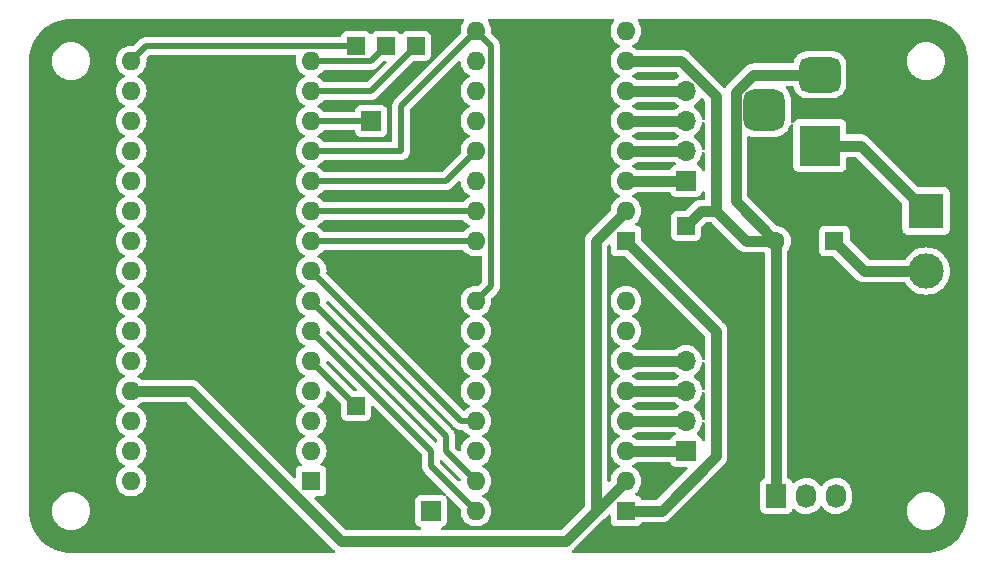
<source format=gbr>
%TF.GenerationSoftware,KiCad,Pcbnew,7.0.10*%
%TF.CreationDate,2024-02-12T17:30:29-09:00*%
%TF.ProjectId,CustomPCB,43757374-6f6d-4504-9342-2e6b69636164,rev?*%
%TF.SameCoordinates,Original*%
%TF.FileFunction,Copper,L1,Top*%
%TF.FilePolarity,Positive*%
%FSLAX46Y46*%
G04 Gerber Fmt 4.6, Leading zero omitted, Abs format (unit mm)*
G04 Created by KiCad (PCBNEW 7.0.10) date 2024-02-12 17:30:29*
%MOMM*%
%LPD*%
G01*
G04 APERTURE LIST*
G04 Aperture macros list*
%AMRoundRect*
0 Rectangle with rounded corners*
0 $1 Rounding radius*
0 $2 $3 $4 $5 $6 $7 $8 $9 X,Y pos of 4 corners*
0 Add a 4 corners polygon primitive as box body*
4,1,4,$2,$3,$4,$5,$6,$7,$8,$9,$2,$3,0*
0 Add four circle primitives for the rounded corners*
1,1,$1+$1,$2,$3*
1,1,$1+$1,$4,$5*
1,1,$1+$1,$6,$7*
1,1,$1+$1,$8,$9*
0 Add four rect primitives between the rounded corners*
20,1,$1+$1,$2,$3,$4,$5,0*
20,1,$1+$1,$4,$5,$6,$7,0*
20,1,$1+$1,$6,$7,$8,$9,0*
20,1,$1+$1,$8,$9,$2,$3,0*%
G04 Aperture macros list end*
%TA.AperFunction,ComponentPad*%
%ADD10R,1.730000X2.030000*%
%TD*%
%TA.AperFunction,ComponentPad*%
%ADD11O,1.730000X2.030000*%
%TD*%
%TA.AperFunction,ComponentPad*%
%ADD12R,1.700000X1.700000*%
%TD*%
%TA.AperFunction,ComponentPad*%
%ADD13O,1.700000X1.700000*%
%TD*%
%TA.AperFunction,SMDPad,CuDef*%
%ADD14R,1.500000X1.500000*%
%TD*%
%TA.AperFunction,ComponentPad*%
%ADD15R,1.600000X1.600000*%
%TD*%
%TA.AperFunction,ComponentPad*%
%ADD16O,1.600000X1.600000*%
%TD*%
%TA.AperFunction,ComponentPad*%
%ADD17R,3.000000X3.000000*%
%TD*%
%TA.AperFunction,ComponentPad*%
%ADD18C,3.000000*%
%TD*%
%TA.AperFunction,ComponentPad*%
%ADD19RoundRect,0.875000X-0.875000X0.875000X-0.875000X-0.875000X0.875000X-0.875000X0.875000X0.875000X0*%
%TD*%
%TA.AperFunction,ComponentPad*%
%ADD20RoundRect,0.750000X-1.000000X0.750000X-1.000000X-0.750000X1.000000X-0.750000X1.000000X0.750000X0*%
%TD*%
%TA.AperFunction,ComponentPad*%
%ADD21R,3.500000X3.500000*%
%TD*%
%TA.AperFunction,ComponentPad*%
%ADD22C,1.600000*%
%TD*%
%TA.AperFunction,Conductor*%
%ADD23C,0.900000*%
%TD*%
%TA.AperFunction,Conductor*%
%ADD24C,0.500000*%
%TD*%
%TA.AperFunction,Conductor*%
%ADD25C,0.250000*%
%TD*%
G04 APERTURE END LIST*
D10*
%TO.P,Fan_Header_1,1,-*%
%TO.N,/12v Negative*%
X185420000Y-113030000D03*
D11*
%TO.P,Fan_Header_1,2,+*%
%TO.N,/12v Positive*%
X187960000Y-113030000D03*
%TO.P,Fan_Header_1,3,Tacho*%
%TO.N,unconnected-(Fan_Header_1-Tacho-Pad3)*%
X190500000Y-113030000D03*
%TD*%
D12*
%TO.P,Motor_2,1,Pin_1*%
%TO.N,/Motor1A*%
X177800000Y-86360000D03*
D13*
%TO.P,Motor_2,2,Pin_2*%
%TO.N,/Motor1B*%
X177800000Y-83820000D03*
%TO.P,Motor_2,3,Pin_3*%
%TO.N,/Motor1C*%
X177800000Y-81280000D03*
%TO.P,Motor_2,4,Pin_4*%
%TO.N,/Motor1D*%
X177800000Y-78740000D03*
%TD*%
D12*
%TO.P,Motor_1,1,Pin_1*%
%TO.N,/Motor2A*%
X177800000Y-109220000D03*
D13*
%TO.P,Motor_1,2,Pin_2*%
%TO.N,/Motor2B*%
X177800000Y-106680000D03*
%TO.P,Motor_1,3,Pin_3*%
%TO.N,/Motor2C*%
X177800000Y-104140000D03*
%TO.P,Motor_1,4,Pin_4*%
%TO.N,/Motor2D*%
X177800000Y-101600000D03*
%TD*%
D14*
%TO.P,D11,1,1*%
%TO.N,/D11 Breakout*%
X154940000Y-74930000D03*
%TD*%
D12*
%TO.P,J2,1,Pin_1*%
%TO.N,/Logic Negative*%
X156210000Y-114300000D03*
%TD*%
D15*
%TO.P,TMC2088_2,1,GND*%
%TO.N,/Logic Negative*%
X172710000Y-91440000D03*
D16*
%TO.P,TMC2088_2,2,VDD*%
%TO.N,/Logic Positive*%
X172710000Y-88900000D03*
%TO.P,TMC2088_2,3,1B*%
%TO.N,/Motor1A*%
X172710000Y-86360000D03*
%TO.P,TMC2088_2,4,1A*%
%TO.N,/Motor1B*%
X172710000Y-83820000D03*
%TO.P,TMC2088_2,5,2A*%
%TO.N,/Motor1C*%
X172710000Y-81280000D03*
%TO.P,TMC2088_2,6,2B*%
%TO.N,/Motor1D*%
X172710000Y-78740000D03*
%TO.P,TMC2088_2,7,GND*%
%TO.N,/12v Negative*%
X172710000Y-76200000D03*
%TO.P,TMC2088_2,8,VMOT*%
%TO.N,/12v Positive*%
X172710000Y-73660000D03*
%TO.P,TMC2088_2,9,~{ENABLE}*%
%TO.N,/Enable Pin*%
X160010000Y-73660000D03*
%TO.P,TMC2088_2,10,MS1*%
%TO.N,unconnected-(TMC2088_2-MS1-Pad10)*%
X160010000Y-76200000D03*
%TO.P,TMC2088_2,11,MS2*%
%TO.N,unconnected-(TMC2088_2-MS2-Pad11)*%
X160010000Y-78740000D03*
%TO.P,TMC2088_2,12,MS3*%
%TO.N,unconnected-(TMC2088_2-MS3-Pad12)*%
X160010000Y-81280000D03*
%TO.P,TMC2088_2,13,~{RESET}*%
%TO.N,/Reset1*%
X160010000Y-83820000D03*
%TO.P,TMC2088_2,14,~{SLEEP}*%
%TO.N,unconnected-(TMC2088_2-~{SLEEP}-Pad14)*%
X160010000Y-86360000D03*
%TO.P,TMC2088_2,15,STEP*%
%TO.N,/Step1*%
X160010000Y-88900000D03*
%TO.P,TMC2088_2,16,DIR*%
%TO.N,/Direction1*%
X160010000Y-91440000D03*
%TD*%
D17*
%TO.P,Pwr_Switch_1,1,Pin_1*%
%TO.N,/12v Positive Terminal*%
X198120000Y-88900000D03*
D18*
%TO.P,Pwr_Switch_1,2,Pin_2*%
%TO.N,/12v Positive*%
X198120000Y-93980000D03*
%TD*%
D15*
%TO.P,TMC2088_1,1,GND*%
%TO.N,/Logic Negative*%
X172710000Y-114300000D03*
D16*
%TO.P,TMC2088_1,2,VDD*%
%TO.N,/Logic Positive*%
X172710000Y-111760000D03*
%TO.P,TMC2088_1,3,1B*%
%TO.N,/Motor2A*%
X172710000Y-109220000D03*
%TO.P,TMC2088_1,4,1A*%
%TO.N,/Motor2B*%
X172710000Y-106680000D03*
%TO.P,TMC2088_1,5,2A*%
%TO.N,/Motor2C*%
X172710000Y-104140000D03*
%TO.P,TMC2088_1,6,2B*%
%TO.N,/Motor2D*%
X172710000Y-101600000D03*
%TO.P,TMC2088_1,7,GND*%
%TO.N,/12v Negative*%
X172710000Y-99060000D03*
%TO.P,TMC2088_1,8,VMOT*%
%TO.N,/12v Positive*%
X172710000Y-96520000D03*
%TO.P,TMC2088_1,9,~{ENABLE}*%
%TO.N,/Enable Pin*%
X160010000Y-96520000D03*
%TO.P,TMC2088_1,10,MS1*%
%TO.N,unconnected-(TMC2088_1-MS1-Pad10)*%
X160010000Y-99060000D03*
%TO.P,TMC2088_1,11,MS2*%
%TO.N,unconnected-(TMC2088_1-MS2-Pad11)*%
X160010000Y-101600000D03*
%TO.P,TMC2088_1,12,MS3*%
%TO.N,unconnected-(TMC2088_1-MS3-Pad12)*%
X160010000Y-104140000D03*
%TO.P,TMC2088_1,13,~{RESET}*%
%TO.N,/Reset2*%
X160010000Y-106680000D03*
%TO.P,TMC2088_1,14,~{SLEEP}*%
%TO.N,unconnected-(TMC2088_1-~{SLEEP}-Pad14)*%
X160010000Y-109220000D03*
%TO.P,TMC2088_1,15,STEP*%
%TO.N,/Step2*%
X160010000Y-111760000D03*
%TO.P,TMC2088_1,16,DIR*%
%TO.N,/Direction2*%
X160010000Y-114300000D03*
%TD*%
D19*
%TO.P,DC_12V_1,3*%
%TO.N,N/C*%
X184413750Y-80353750D03*
D20*
%TO.P,DC_12V_1,2*%
%TO.N,/12v Negative*%
X189113750Y-77353750D03*
D21*
%TO.P,DC_12V_1,1*%
%TO.N,/12v Positive Terminal*%
X189113750Y-83353750D03*
%TD*%
D12*
%TO.P,J1,1,Pin_1*%
%TO.N,/Limit Pin*%
X151140000Y-81280000D03*
%TD*%
D15*
%TO.P,100uF_C1,1*%
%TO.N,/12v Positive*%
X190362651Y-91440000D03*
D22*
%TO.P,100uF_C1,2*%
%TO.N,/12v Negative*%
X185362651Y-91440000D03*
%TD*%
D14*
%TO.P,12v_N_1,1,1*%
%TO.N,/12v Negative*%
X177800000Y-90170000D03*
%TD*%
%TO.P,D2,1,1*%
%TO.N,/D2 Breakout*%
X149860000Y-105410000D03*
%TD*%
%TO.P,D12,1,1*%
%TO.N,/D12 Breakout*%
X152400000Y-74930000D03*
%TD*%
D15*
%TO.P,Arduino_1,1,D1/TX*%
%TO.N,unconnected-(Arduino_1-D1{slash}TX-Pad1)*%
X146050000Y-111760000D03*
D16*
%TO.P,Arduino_1,2,D0/RX*%
%TO.N,unconnected-(Arduino_1-D0{slash}RX-Pad2)*%
X146050000Y-109220000D03*
%TO.P,Arduino_1,3,~{RESET}*%
%TO.N,unconnected-(Arduino_1-~{RESET}-Pad3)*%
X146050000Y-106680000D03*
%TO.P,Arduino_1,4,GND*%
%TO.N,unconnected-(Arduino_1-GND-Pad4)*%
X146050000Y-104140000D03*
%TO.P,Arduino_1,5,D2*%
%TO.N,/D2 Breakout*%
X146050000Y-101600000D03*
%TO.P,Arduino_1,6,D3*%
%TO.N,/Direction2*%
X146050000Y-99060000D03*
%TO.P,Arduino_1,7,D4*%
%TO.N,/Step2*%
X146050000Y-96520000D03*
%TO.P,Arduino_1,8,D5*%
%TO.N,/Reset2*%
X146050000Y-93980000D03*
%TO.P,Arduino_1,9,D6*%
%TO.N,/Direction1*%
X146050000Y-91440000D03*
%TO.P,Arduino_1,10,D7*%
%TO.N,/Step1*%
X146050000Y-88900000D03*
%TO.P,Arduino_1,11,D8*%
%TO.N,/Reset1*%
X146050000Y-86360000D03*
%TO.P,Arduino_1,12,D9*%
%TO.N,/Enable Pin*%
X146050000Y-83820000D03*
%TO.P,Arduino_1,13,D10*%
%TO.N,/Limit Pin*%
X146050000Y-81280000D03*
%TO.P,Arduino_1,14,D11*%
%TO.N,/D11 Breakout*%
X146050000Y-78740000D03*
%TO.P,Arduino_1,15,D12*%
%TO.N,/D12 Breakout*%
X146050000Y-76200000D03*
%TO.P,Arduino_1,16,D13*%
%TO.N,/D13 Breakout*%
X130810000Y-76200000D03*
%TO.P,Arduino_1,17,3V3*%
%TO.N,unconnected-(Arduino_1-3V3-Pad17)*%
X130810000Y-78740000D03*
%TO.P,Arduino_1,18,AREF*%
%TO.N,unconnected-(Arduino_1-AREF-Pad18)*%
X130810000Y-81280000D03*
%TO.P,Arduino_1,19,A0*%
%TO.N,unconnected-(Arduino_1-A0-Pad19)*%
X130810000Y-83820000D03*
%TO.P,Arduino_1,20,A1*%
%TO.N,unconnected-(Arduino_1-A1-Pad20)*%
X130810000Y-86360000D03*
%TO.P,Arduino_1,21,A2*%
%TO.N,unconnected-(Arduino_1-A2-Pad21)*%
X130810000Y-88900000D03*
%TO.P,Arduino_1,22,A3*%
%TO.N,unconnected-(Arduino_1-A3-Pad22)*%
X130810000Y-91440000D03*
%TO.P,Arduino_1,23,A4*%
%TO.N,unconnected-(Arduino_1-A4-Pad23)*%
X130810000Y-93980000D03*
%TO.P,Arduino_1,24,A5*%
%TO.N,unconnected-(Arduino_1-A5-Pad24)*%
X130810000Y-96520000D03*
%TO.P,Arduino_1,25,A6*%
%TO.N,unconnected-(Arduino_1-A6-Pad25)*%
X130810000Y-99060000D03*
%TO.P,Arduino_1,26,A7*%
%TO.N,unconnected-(Arduino_1-A7-Pad26)*%
X130810000Y-101600000D03*
%TO.P,Arduino_1,27,+5V*%
%TO.N,/Logic Positive*%
X130810000Y-104140000D03*
%TO.P,Arduino_1,28,~{RESET}*%
%TO.N,unconnected-(Arduino_1-~{RESET}-Pad28)*%
X130810000Y-106680000D03*
%TO.P,Arduino_1,29,GND*%
%TO.N,/Logic Negative*%
X130810000Y-109220000D03*
%TO.P,Arduino_1,30,VIN*%
%TO.N,unconnected-(Arduino_1-VIN-Pad30)*%
X130810000Y-111760000D03*
%TD*%
D14*
%TO.P,D13,1,1*%
%TO.N,/D13 Breakout*%
X149860000Y-74930000D03*
%TD*%
D23*
%TO.N,/Logic Positive*%
X148590000Y-116840000D02*
X167630000Y-116840000D01*
X135890000Y-104140000D02*
X148590000Y-116840000D01*
X167630000Y-116840000D02*
X170175000Y-114295000D01*
X130810000Y-104140000D02*
X135890000Y-104140000D01*
%TO.N,/12v Negative*%
X182013750Y-78839776D02*
X183499776Y-77353750D01*
X182013750Y-88091099D02*
X182013750Y-78839776D01*
X185362651Y-91440000D02*
X182013750Y-88091099D01*
X183499776Y-77353750D02*
X189113750Y-77353750D01*
X182880000Y-91440000D02*
X180340000Y-88900000D01*
X185362651Y-91440000D02*
X182880000Y-91440000D01*
X185420000Y-91497349D02*
X185362651Y-91440000D01*
X185420000Y-113030000D02*
X185420000Y-91497349D01*
%TO.N,/12v Positive*%
X192902651Y-93980000D02*
X190362651Y-91440000D01*
X198120000Y-93980000D02*
X192902651Y-93980000D01*
%TO.N,/12v Negative*%
X177800000Y-90170000D02*
X179070000Y-88900000D01*
X179070000Y-88900000D02*
X180340000Y-88900000D01*
%TO.N,/12v Positive Terminal*%
X192573750Y-83353750D02*
X198120000Y-88900000D01*
X189113750Y-83353750D02*
X192573750Y-83353750D01*
D24*
%TO.N,/Enable Pin*%
X161290000Y-95240000D02*
X160010000Y-96520000D01*
X161290000Y-74940000D02*
X161290000Y-95240000D01*
X160010000Y-73660000D02*
X161290000Y-74940000D01*
D23*
%TO.N,/Logic Negative*%
X180340000Y-109680000D02*
X175720000Y-114300000D01*
X180340000Y-99060000D02*
X180340000Y-109680000D01*
X175720000Y-114300000D02*
X172710000Y-114300000D01*
X172710000Y-91440000D02*
X172720000Y-91440000D01*
X172720000Y-91440000D02*
X180340000Y-99060000D01*
D24*
%TO.N,/Direction1*%
X160010000Y-91440000D02*
X146050000Y-91440000D01*
%TO.N,/Step1*%
X146050000Y-88900000D02*
X160010000Y-88900000D01*
%TO.N,/Reset1*%
X146050000Y-86360000D02*
X157470000Y-86360000D01*
X157470000Y-86360000D02*
X160010000Y-83820000D01*
D25*
X160010000Y-83820000D02*
X160010000Y-83830000D01*
D24*
%TO.N,/Direction2*%
X160010000Y-114300000D02*
X156210000Y-110500000D01*
X156210000Y-109220000D02*
X146050000Y-99060000D01*
X156210000Y-110500000D02*
X156210000Y-109220000D01*
%TO.N,/Step2*%
X157480000Y-109230000D02*
X157480000Y-107950000D01*
X157480000Y-107950000D02*
X146050000Y-96520000D01*
X160010000Y-111760000D02*
X157480000Y-109230000D01*
%TO.N,/Reset2*%
X160010000Y-106680000D02*
X158750000Y-106680000D01*
X158750000Y-106680000D02*
X146050000Y-93980000D01*
D23*
%TO.N,/Logic Positive*%
X170175000Y-114295000D02*
X170175000Y-91435000D01*
X170175000Y-114295000D02*
X172710000Y-111760000D01*
X170175000Y-91435000D02*
X172710000Y-88900000D01*
D24*
%TO.N,/Enable Pin*%
X153670000Y-80000000D02*
X160010000Y-73660000D01*
X146050000Y-83820000D02*
X153670000Y-83820000D01*
X153670000Y-83820000D02*
X153670000Y-80000000D01*
D23*
%TO.N,/Motor1A*%
X177800000Y-86360000D02*
X172710000Y-86360000D01*
%TO.N,/Motor1B*%
X177800000Y-83820000D02*
X172710000Y-83820000D01*
%TO.N,/Motor1C*%
X177800000Y-81280000D02*
X172710000Y-81280000D01*
%TO.N,/Motor1D*%
X177800000Y-78740000D02*
X172710000Y-78740000D01*
%TO.N,/Motor2A*%
X177800000Y-109220000D02*
X172710000Y-109220000D01*
%TO.N,/Motor2B*%
X177800000Y-106680000D02*
X172710000Y-106680000D01*
%TO.N,/Motor2C*%
X177800000Y-104140000D02*
X172710000Y-104140000D01*
%TO.N,/Motor2D*%
X177800000Y-101600000D02*
X172710000Y-101600000D01*
D24*
%TO.N,/Limit Pin*%
X146050000Y-81280000D02*
X151140000Y-81280000D01*
%TO.N,/D2 Breakout*%
X146050000Y-101600000D02*
X149860000Y-105410000D01*
%TO.N,/D11 Breakout*%
X151130000Y-78740000D02*
X154940000Y-74930000D01*
X146050000Y-78740000D02*
X151130000Y-78740000D01*
%TO.N,/D12 Breakout*%
X146050000Y-76200000D02*
X151130000Y-76200000D01*
X151130000Y-76200000D02*
X152400000Y-74930000D01*
%TO.N,/D13 Breakout*%
X132080000Y-74930000D02*
X149860000Y-74930000D01*
X130810000Y-76200000D02*
X132080000Y-74930000D01*
D23*
%TO.N,/12v Negative*%
X177381321Y-76200000D02*
X172710000Y-76200000D01*
X180340000Y-88900000D02*
X180340000Y-79158679D01*
X180340000Y-79158679D02*
X177381321Y-76200000D01*
%TD*%
%TA.AperFunction,NonConductor*%
G36*
X177003288Y-77170185D02*
G01*
X177023930Y-77186819D01*
X177188522Y-77351411D01*
X177222007Y-77412734D01*
X177217023Y-77482426D01*
X177175151Y-77538359D01*
X177153246Y-77551474D01*
X177122171Y-77565964D01*
X177122169Y-77565965D01*
X176928597Y-77701505D01*
X176876924Y-77753180D01*
X176815601Y-77786666D01*
X176789242Y-77789500D01*
X173650049Y-77789500D01*
X173583010Y-77769815D01*
X173562368Y-77753181D01*
X173549141Y-77739954D01*
X173362734Y-77609432D01*
X173362728Y-77609429D01*
X173304725Y-77582382D01*
X173252285Y-77536210D01*
X173233133Y-77469017D01*
X173253348Y-77402135D01*
X173304725Y-77357618D01*
X173318036Y-77351411D01*
X173362734Y-77330568D01*
X173549139Y-77200047D01*
X173549141Y-77200045D01*
X173562368Y-77186819D01*
X173623691Y-77153334D01*
X173650049Y-77150500D01*
X176936249Y-77150500D01*
X177003288Y-77170185D01*
G37*
%TD.AperFunction*%
%TA.AperFunction,NonConductor*%
G36*
X152395810Y-76200184D02*
G01*
X152441565Y-76252988D01*
X152451509Y-76322146D01*
X152422484Y-76385702D01*
X152416452Y-76392180D01*
X150855451Y-77953181D01*
X150794128Y-77986666D01*
X150767770Y-77989500D01*
X147176663Y-77989500D01*
X147109624Y-77969815D01*
X147075088Y-77936623D01*
X147050045Y-77900858D01*
X146889141Y-77739954D01*
X146702734Y-77609432D01*
X146702728Y-77609429D01*
X146644725Y-77582382D01*
X146592285Y-77536210D01*
X146573133Y-77469017D01*
X146593348Y-77402135D01*
X146644725Y-77357618D01*
X146658036Y-77351411D01*
X146702734Y-77330568D01*
X146889139Y-77200047D01*
X147050047Y-77039139D01*
X147075088Y-77003377D01*
X147129665Y-76959752D01*
X147176663Y-76950500D01*
X151066295Y-76950500D01*
X151084265Y-76951809D01*
X151108023Y-76955289D01*
X151157369Y-76950971D01*
X151168176Y-76950500D01*
X151173704Y-76950500D01*
X151173709Y-76950500D01*
X151204556Y-76946893D01*
X151208030Y-76946539D01*
X151282797Y-76939999D01*
X151282805Y-76939996D01*
X151289866Y-76938539D01*
X151289878Y-76938598D01*
X151297243Y-76936965D01*
X151297229Y-76936906D01*
X151304249Y-76935241D01*
X151304255Y-76935241D01*
X151374779Y-76909572D01*
X151378117Y-76908412D01*
X151449334Y-76884814D01*
X151449342Y-76884808D01*
X151455882Y-76881760D01*
X151455908Y-76881816D01*
X151462690Y-76878532D01*
X151462663Y-76878478D01*
X151469113Y-76875238D01*
X151469117Y-76875237D01*
X151531837Y-76833984D01*
X151534732Y-76832140D01*
X151598656Y-76792712D01*
X151598662Y-76792705D01*
X151604325Y-76788229D01*
X151604362Y-76788277D01*
X151610204Y-76783518D01*
X151610164Y-76783471D01*
X151615686Y-76778835D01*
X151615696Y-76778830D01*
X151667185Y-76724253D01*
X151669632Y-76721734D01*
X152174548Y-76216817D01*
X152235871Y-76183333D01*
X152262229Y-76180499D01*
X152328771Y-76180499D01*
X152395810Y-76200184D01*
G37*
%TD.AperFunction*%
%TA.AperFunction,NonConductor*%
G36*
X176856281Y-79710185D02*
G01*
X176876923Y-79726819D01*
X176928597Y-79778493D01*
X176928603Y-79778498D01*
X177114158Y-79908425D01*
X177157783Y-79963002D01*
X177164977Y-80032500D01*
X177133454Y-80094855D01*
X177114158Y-80111575D01*
X176928597Y-80241505D01*
X176876924Y-80293180D01*
X176815601Y-80326666D01*
X176789242Y-80329500D01*
X173650049Y-80329500D01*
X173583010Y-80309815D01*
X173562368Y-80293181D01*
X173549141Y-80279954D01*
X173362734Y-80149432D01*
X173362728Y-80149429D01*
X173304725Y-80122382D01*
X173252285Y-80076210D01*
X173233133Y-80009017D01*
X173253348Y-79942135D01*
X173304725Y-79897618D01*
X173362734Y-79870568D01*
X173549139Y-79740047D01*
X173549141Y-79740045D01*
X173562368Y-79726819D01*
X173623691Y-79693334D01*
X173650049Y-79690500D01*
X176789242Y-79690500D01*
X176856281Y-79710185D01*
G37*
%TD.AperFunction*%
%TA.AperFunction,NonConductor*%
G36*
X179168769Y-79335376D02*
G01*
X179188588Y-79351477D01*
X179353181Y-79516070D01*
X179386666Y-79577393D01*
X179389500Y-79603751D01*
X179389500Y-81112753D01*
X179369815Y-81179792D01*
X179317011Y-81225547D01*
X179247853Y-81235491D01*
X179184297Y-81206466D01*
X179146523Y-81147688D01*
X179141972Y-81123561D01*
X179135826Y-81053313D01*
X179135063Y-81044592D01*
X179073903Y-80816337D01*
X178974035Y-80602171D01*
X178923151Y-80529500D01*
X178838494Y-80408597D01*
X178671402Y-80241506D01*
X178671396Y-80241501D01*
X178485842Y-80111575D01*
X178442217Y-80056998D01*
X178435023Y-79987500D01*
X178466546Y-79925145D01*
X178485842Y-79908425D01*
X178539909Y-79870567D01*
X178671401Y-79778495D01*
X178838495Y-79611401D01*
X178974035Y-79417830D01*
X178988527Y-79386751D01*
X179034694Y-79334316D01*
X179101887Y-79315162D01*
X179168769Y-79335376D01*
G37*
%TD.AperFunction*%
%TA.AperFunction,NonConductor*%
G36*
X176856281Y-82250185D02*
G01*
X176876923Y-82266819D01*
X176928597Y-82318493D01*
X176928603Y-82318498D01*
X177114158Y-82448425D01*
X177157783Y-82503002D01*
X177164977Y-82572500D01*
X177133454Y-82634855D01*
X177114158Y-82651575D01*
X176928597Y-82781505D01*
X176876924Y-82833180D01*
X176815601Y-82866666D01*
X176789242Y-82869500D01*
X173650049Y-82869500D01*
X173583010Y-82849815D01*
X173562368Y-82833181D01*
X173549141Y-82819954D01*
X173362734Y-82689432D01*
X173362728Y-82689429D01*
X173304725Y-82662382D01*
X173252285Y-82616210D01*
X173233133Y-82549017D01*
X173253348Y-82482135D01*
X173304725Y-82437618D01*
X173362734Y-82410568D01*
X173549139Y-82280047D01*
X173549936Y-82279250D01*
X173562368Y-82266819D01*
X173623691Y-82233334D01*
X173650049Y-82230500D01*
X176789242Y-82230500D01*
X176856281Y-82250185D01*
G37*
%TD.AperFunction*%
%TA.AperFunction,NonConductor*%
G36*
X179354562Y-81360967D02*
G01*
X179387069Y-81422814D01*
X179389500Y-81447246D01*
X179389500Y-83652753D01*
X179369815Y-83719792D01*
X179317011Y-83765547D01*
X179247853Y-83775491D01*
X179184297Y-83746466D01*
X179146523Y-83687688D01*
X179141972Y-83663561D01*
X179135826Y-83593313D01*
X179135063Y-83584592D01*
X179073903Y-83356337D01*
X178974035Y-83142171D01*
X178923151Y-83069500D01*
X178838494Y-82948597D01*
X178671402Y-82781506D01*
X178671396Y-82781501D01*
X178485842Y-82651575D01*
X178442217Y-82596998D01*
X178435023Y-82527500D01*
X178466546Y-82465145D01*
X178485842Y-82448425D01*
X178578471Y-82383565D01*
X178671401Y-82318495D01*
X178838495Y-82151401D01*
X178974035Y-81957830D01*
X179073903Y-81743663D01*
X179135063Y-81515408D01*
X179141972Y-81436437D01*
X179167425Y-81371370D01*
X179224015Y-81330391D01*
X179293777Y-81326513D01*
X179354562Y-81360967D01*
G37*
%TD.AperFunction*%
%TA.AperFunction,NonConductor*%
G36*
X176856281Y-84790185D02*
G01*
X176876923Y-84806819D01*
X176883430Y-84813326D01*
X176916915Y-84874649D01*
X176911931Y-84944341D01*
X176870059Y-85000274D01*
X176839083Y-85017189D01*
X176707669Y-85066203D01*
X176707664Y-85066206D01*
X176592455Y-85152452D01*
X176592452Y-85152455D01*
X176506206Y-85267664D01*
X176506202Y-85267671D01*
X176483391Y-85328833D01*
X176441520Y-85384767D01*
X176376056Y-85409184D01*
X176367209Y-85409500D01*
X173650049Y-85409500D01*
X173583010Y-85389815D01*
X173562368Y-85373181D01*
X173549141Y-85359954D01*
X173362734Y-85229432D01*
X173362728Y-85229429D01*
X173304725Y-85202382D01*
X173252285Y-85156210D01*
X173233133Y-85089017D01*
X173253348Y-85022135D01*
X173304725Y-84977618D01*
X173362734Y-84950568D01*
X173549139Y-84820047D01*
X173549141Y-84820045D01*
X173562368Y-84806819D01*
X173623691Y-84773334D01*
X173650049Y-84770500D01*
X176789242Y-84770500D01*
X176856281Y-84790185D01*
G37*
%TD.AperFunction*%
%TA.AperFunction,NonConductor*%
G36*
X179354562Y-83900967D02*
G01*
X179387069Y-83962814D01*
X179389500Y-83987246D01*
X179389500Y-85377099D01*
X179369815Y-85444138D01*
X179317011Y-85489893D01*
X179247853Y-85499837D01*
X179184297Y-85470812D01*
X179146523Y-85412034D01*
X179144824Y-85405616D01*
X179144092Y-85402520D01*
X179093797Y-85267671D01*
X179093793Y-85267664D01*
X179007547Y-85152455D01*
X179007544Y-85152452D01*
X178892335Y-85066206D01*
X178892328Y-85066202D01*
X178760917Y-85017189D01*
X178704983Y-84975318D01*
X178680566Y-84909853D01*
X178695418Y-84841580D01*
X178716563Y-84813332D01*
X178838495Y-84691401D01*
X178974035Y-84497830D01*
X179073903Y-84283663D01*
X179135063Y-84055408D01*
X179141972Y-83976437D01*
X179167425Y-83911370D01*
X179224015Y-83870391D01*
X179293777Y-83866513D01*
X179354562Y-83900967D01*
G37*
%TD.AperFunction*%
%TA.AperFunction,NonConductor*%
G36*
X158633583Y-76200297D02*
G01*
X158689516Y-76242169D01*
X158713777Y-76305671D01*
X158724364Y-76426687D01*
X158724366Y-76426697D01*
X158783258Y-76646488D01*
X158783261Y-76646497D01*
X158879431Y-76852732D01*
X158879432Y-76852734D01*
X159009954Y-77039141D01*
X159170858Y-77200045D01*
X159170861Y-77200047D01*
X159357266Y-77330568D01*
X159382462Y-77342317D01*
X159415275Y-77357618D01*
X159467714Y-77403791D01*
X159486866Y-77470984D01*
X159466650Y-77537865D01*
X159415275Y-77582382D01*
X159357267Y-77609431D01*
X159357265Y-77609432D01*
X159170858Y-77739954D01*
X159009954Y-77900858D01*
X158879432Y-78087265D01*
X158879431Y-78087267D01*
X158783261Y-78293502D01*
X158783258Y-78293511D01*
X158724366Y-78513302D01*
X158724364Y-78513313D01*
X158704532Y-78739998D01*
X158704532Y-78740001D01*
X158724364Y-78966686D01*
X158724366Y-78966697D01*
X158783258Y-79186488D01*
X158783261Y-79186497D01*
X158879431Y-79392732D01*
X158879432Y-79392734D01*
X159009954Y-79579141D01*
X159170858Y-79740045D01*
X159170861Y-79740047D01*
X159357266Y-79870568D01*
X159415275Y-79897618D01*
X159467714Y-79943791D01*
X159486866Y-80010984D01*
X159466650Y-80077865D01*
X159415275Y-80122382D01*
X159357267Y-80149431D01*
X159357265Y-80149432D01*
X159170858Y-80279954D01*
X159009954Y-80440858D01*
X158879432Y-80627265D01*
X158879431Y-80627267D01*
X158783261Y-80833502D01*
X158783258Y-80833511D01*
X158724366Y-81053302D01*
X158724364Y-81053313D01*
X158704532Y-81279998D01*
X158704532Y-81280001D01*
X158724364Y-81506686D01*
X158724366Y-81506697D01*
X158783258Y-81726488D01*
X158783261Y-81726497D01*
X158879431Y-81932732D01*
X158879432Y-81932734D01*
X159009954Y-82119141D01*
X159170858Y-82280045D01*
X159170861Y-82280047D01*
X159357266Y-82410568D01*
X159400926Y-82430927D01*
X159415275Y-82437618D01*
X159467714Y-82483791D01*
X159486866Y-82550984D01*
X159466650Y-82617865D01*
X159415275Y-82662382D01*
X159357267Y-82689431D01*
X159357265Y-82689432D01*
X159170858Y-82819954D01*
X159009954Y-82980858D01*
X158879432Y-83167265D01*
X158879431Y-83167267D01*
X158783261Y-83373502D01*
X158783258Y-83373511D01*
X158724366Y-83593302D01*
X158724364Y-83593313D01*
X158704532Y-83819998D01*
X158704532Y-83820003D01*
X158719129Y-83986861D01*
X158705362Y-84055360D01*
X158683282Y-84085348D01*
X157195451Y-85573181D01*
X157134128Y-85606666D01*
X157107770Y-85609500D01*
X147176663Y-85609500D01*
X147109624Y-85589815D01*
X147075088Y-85556623D01*
X147050045Y-85520858D01*
X146889141Y-85359954D01*
X146702734Y-85229432D01*
X146702728Y-85229429D01*
X146644725Y-85202382D01*
X146592285Y-85156210D01*
X146573133Y-85089017D01*
X146593348Y-85022135D01*
X146644725Y-84977618D01*
X146702734Y-84950568D01*
X146889139Y-84820047D01*
X147050047Y-84659139D01*
X147075088Y-84623377D01*
X147129665Y-84579752D01*
X147176663Y-84570500D01*
X153644555Y-84570500D01*
X153651764Y-84570709D01*
X153713935Y-84574331D01*
X153775304Y-84563508D01*
X153782384Y-84562471D01*
X153844255Y-84555241D01*
X153854782Y-84551408D01*
X153875672Y-84545811D01*
X153886711Y-84543865D01*
X153902961Y-84536855D01*
X153943898Y-84519197D01*
X153950580Y-84516541D01*
X154009117Y-84495237D01*
X154018488Y-84489072D01*
X154037506Y-84478818D01*
X154047804Y-84474377D01*
X154097786Y-84437165D01*
X154103648Y-84433061D01*
X154155696Y-84398830D01*
X154163391Y-84390672D01*
X154179534Y-84376306D01*
X154188530Y-84369610D01*
X154228584Y-84321874D01*
X154233333Y-84316538D01*
X154276092Y-84271218D01*
X154281700Y-84261502D01*
X154294093Y-84243803D01*
X154301302Y-84235214D01*
X154329262Y-84179538D01*
X154332653Y-84173248D01*
X154363812Y-84119281D01*
X154367029Y-84108533D01*
X154375006Y-84088455D01*
X154380040Y-84078433D01*
X154394405Y-84017820D01*
X154396265Y-84010877D01*
X154414130Y-83951210D01*
X154414781Y-83940018D01*
X154417917Y-83918617D01*
X154420499Y-83907725D01*
X154420500Y-83907721D01*
X154420500Y-83845444D01*
X154420710Y-83838234D01*
X154421772Y-83819998D01*
X154424331Y-83776065D01*
X154423180Y-83769541D01*
X154422384Y-83765021D01*
X154420500Y-83743490D01*
X154420500Y-80362229D01*
X154440185Y-80295190D01*
X154456814Y-80274553D01*
X158502570Y-76228796D01*
X158563891Y-76195313D01*
X158633583Y-76200297D01*
G37*
%TD.AperFunction*%
%TA.AperFunction,NonConductor*%
G36*
X158633583Y-86360297D02*
G01*
X158689516Y-86402169D01*
X158713777Y-86465671D01*
X158724364Y-86586687D01*
X158724366Y-86586697D01*
X158783258Y-86806488D01*
X158783261Y-86806497D01*
X158879431Y-87012732D01*
X158879432Y-87012734D01*
X159009954Y-87199141D01*
X159170858Y-87360045D01*
X159170861Y-87360047D01*
X159357266Y-87490568D01*
X159415275Y-87517618D01*
X159467714Y-87563791D01*
X159486866Y-87630984D01*
X159466650Y-87697865D01*
X159415275Y-87742382D01*
X159357267Y-87769431D01*
X159357265Y-87769432D01*
X159170858Y-87899954D01*
X159009954Y-88060858D01*
X158984912Y-88096623D01*
X158930335Y-88140248D01*
X158883337Y-88149500D01*
X147176663Y-88149500D01*
X147109624Y-88129815D01*
X147075088Y-88096623D01*
X147050045Y-88060858D01*
X146889141Y-87899954D01*
X146702734Y-87769432D01*
X146702728Y-87769429D01*
X146644725Y-87742382D01*
X146592285Y-87696210D01*
X146573133Y-87629017D01*
X146593348Y-87562135D01*
X146644725Y-87517618D01*
X146702734Y-87490568D01*
X146889139Y-87360047D01*
X147050047Y-87199139D01*
X147075088Y-87163377D01*
X147129665Y-87119752D01*
X147176663Y-87110500D01*
X157406295Y-87110500D01*
X157424265Y-87111809D01*
X157448023Y-87115289D01*
X157497369Y-87110971D01*
X157508176Y-87110500D01*
X157513704Y-87110500D01*
X157513709Y-87110500D01*
X157544556Y-87106893D01*
X157548030Y-87106539D01*
X157622797Y-87099999D01*
X157622805Y-87099996D01*
X157629866Y-87098539D01*
X157629878Y-87098598D01*
X157637243Y-87096965D01*
X157637229Y-87096906D01*
X157644249Y-87095241D01*
X157644255Y-87095241D01*
X157714779Y-87069572D01*
X157718117Y-87068412D01*
X157789334Y-87044814D01*
X157789342Y-87044808D01*
X157795882Y-87041760D01*
X157795908Y-87041816D01*
X157802690Y-87038532D01*
X157802663Y-87038478D01*
X157809113Y-87035238D01*
X157809117Y-87035237D01*
X157871837Y-86993984D01*
X157874732Y-86992140D01*
X157938656Y-86952712D01*
X157938662Y-86952705D01*
X157944325Y-86948229D01*
X157944362Y-86948277D01*
X157950204Y-86943518D01*
X157950164Y-86943471D01*
X157955686Y-86938835D01*
X157955696Y-86938830D01*
X158007185Y-86884253D01*
X158009632Y-86881734D01*
X158502570Y-86388796D01*
X158563891Y-86355313D01*
X158633583Y-86360297D01*
G37*
%TD.AperFunction*%
%TA.AperFunction,NonConductor*%
G36*
X158950376Y-89670185D02*
G01*
X158984912Y-89703377D01*
X159009954Y-89739141D01*
X159170858Y-89900045D01*
X159170861Y-89900047D01*
X159357266Y-90030568D01*
X159415275Y-90057618D01*
X159467714Y-90103791D01*
X159486866Y-90170984D01*
X159466650Y-90237865D01*
X159415275Y-90282381D01*
X159415118Y-90282455D01*
X159357267Y-90309431D01*
X159357265Y-90309432D01*
X159170858Y-90439954D01*
X159009954Y-90600858D01*
X158984912Y-90636623D01*
X158930335Y-90680248D01*
X158883337Y-90689500D01*
X147176663Y-90689500D01*
X147109624Y-90669815D01*
X147075088Y-90636623D01*
X147050045Y-90600858D01*
X146889141Y-90439954D01*
X146702734Y-90309432D01*
X146702728Y-90309429D01*
X146644882Y-90282455D01*
X146644724Y-90282381D01*
X146592285Y-90236210D01*
X146573133Y-90169017D01*
X146593348Y-90102135D01*
X146644725Y-90057618D01*
X146702734Y-90030568D01*
X146889139Y-89900047D01*
X147050047Y-89739139D01*
X147075088Y-89703377D01*
X147129665Y-89659752D01*
X147176663Y-89650500D01*
X158883337Y-89650500D01*
X158950376Y-89670185D01*
G37*
%TD.AperFunction*%
%TA.AperFunction,NonConductor*%
G36*
X176856281Y-102570185D02*
G01*
X176876923Y-102586819D01*
X176928597Y-102638493D01*
X176928603Y-102638498D01*
X177114158Y-102768425D01*
X177157783Y-102823002D01*
X177164977Y-102892500D01*
X177133454Y-102954855D01*
X177114158Y-102971575D01*
X176928597Y-103101505D01*
X176876924Y-103153180D01*
X176815601Y-103186666D01*
X176789242Y-103189500D01*
X173650049Y-103189500D01*
X173583010Y-103169815D01*
X173562368Y-103153181D01*
X173549141Y-103139954D01*
X173362734Y-103009432D01*
X173362728Y-103009429D01*
X173304725Y-102982382D01*
X173252285Y-102936210D01*
X173233133Y-102869017D01*
X173253348Y-102802135D01*
X173304725Y-102757618D01*
X173362734Y-102730568D01*
X173549139Y-102600047D01*
X173549141Y-102600045D01*
X173562368Y-102586819D01*
X173623691Y-102553334D01*
X173650049Y-102550500D01*
X176789242Y-102550500D01*
X176856281Y-102570185D01*
G37*
%TD.AperFunction*%
%TA.AperFunction,NonConductor*%
G36*
X179354562Y-101680967D02*
G01*
X179387069Y-101742814D01*
X179389500Y-101767246D01*
X179389500Y-103972753D01*
X179369815Y-104039792D01*
X179317011Y-104085547D01*
X179247853Y-104095491D01*
X179184297Y-104066466D01*
X179146523Y-104007688D01*
X179141972Y-103983561D01*
X179135826Y-103913313D01*
X179135063Y-103904592D01*
X179073903Y-103676337D01*
X178974035Y-103462171D01*
X178941063Y-103415081D01*
X178838494Y-103268597D01*
X178671402Y-103101506D01*
X178671396Y-103101501D01*
X178485842Y-102971575D01*
X178442217Y-102916998D01*
X178435023Y-102847500D01*
X178466546Y-102785145D01*
X178485842Y-102768425D01*
X178539909Y-102730567D01*
X178671401Y-102638495D01*
X178838495Y-102471401D01*
X178974035Y-102277830D01*
X179073903Y-102063663D01*
X179135063Y-101835408D01*
X179141972Y-101756437D01*
X179167425Y-101691370D01*
X179224015Y-101650391D01*
X179293777Y-101646513D01*
X179354562Y-101680967D01*
G37*
%TD.AperFunction*%
%TA.AperFunction,NonConductor*%
G36*
X147557431Y-101628799D02*
G01*
X149876451Y-103947819D01*
X149909936Y-104009142D01*
X149904952Y-104078834D01*
X149863080Y-104134767D01*
X149797616Y-104159184D01*
X149788770Y-104159500D01*
X149722229Y-104159500D01*
X149655190Y-104139815D01*
X149634548Y-104123181D01*
X147376716Y-101865348D01*
X147343231Y-101804025D01*
X147340869Y-101766863D01*
X147346222Y-101705670D01*
X147371674Y-101640604D01*
X147428265Y-101599625D01*
X147498027Y-101595747D01*
X147557431Y-101628799D01*
G37*
%TD.AperFunction*%
%TA.AperFunction,NonConductor*%
G36*
X176856281Y-105110185D02*
G01*
X176876923Y-105126819D01*
X176928597Y-105178493D01*
X176928603Y-105178498D01*
X177114158Y-105308425D01*
X177157783Y-105363002D01*
X177164977Y-105432500D01*
X177133454Y-105494855D01*
X177114158Y-105511575D01*
X176928597Y-105641505D01*
X176876924Y-105693180D01*
X176815601Y-105726666D01*
X176789242Y-105729500D01*
X173650049Y-105729500D01*
X173583010Y-105709815D01*
X173562368Y-105693181D01*
X173549141Y-105679954D01*
X173362734Y-105549432D01*
X173362728Y-105549429D01*
X173304725Y-105522382D01*
X173252285Y-105476210D01*
X173233133Y-105409017D01*
X173253348Y-105342135D01*
X173304725Y-105297618D01*
X173362734Y-105270568D01*
X173549139Y-105140047D01*
X173549141Y-105140045D01*
X173562368Y-105126819D01*
X173623691Y-105093334D01*
X173650049Y-105090500D01*
X176789242Y-105090500D01*
X176856281Y-105110185D01*
G37*
%TD.AperFunction*%
%TA.AperFunction,NonConductor*%
G36*
X158950376Y-92210185D02*
G01*
X158984912Y-92243377D01*
X159009954Y-92279141D01*
X159170858Y-92440045D01*
X159170861Y-92440047D01*
X159357266Y-92570568D01*
X159563504Y-92666739D01*
X159783308Y-92725635D01*
X159945230Y-92739801D01*
X160009998Y-92745468D01*
X160010000Y-92745468D01*
X160010002Y-92745468D01*
X160066807Y-92740498D01*
X160236692Y-92725635D01*
X160383407Y-92686323D01*
X160453257Y-92687986D01*
X160511119Y-92727149D01*
X160538623Y-92791377D01*
X160539500Y-92806098D01*
X160539500Y-94877769D01*
X160519815Y-94944808D01*
X160503181Y-94965450D01*
X160275348Y-95193282D01*
X160214025Y-95226767D01*
X160176861Y-95229129D01*
X160010003Y-95214532D01*
X160009998Y-95214532D01*
X159783313Y-95234364D01*
X159783302Y-95234366D01*
X159563511Y-95293258D01*
X159563502Y-95293261D01*
X159357267Y-95389431D01*
X159357265Y-95389432D01*
X159170858Y-95519954D01*
X159009954Y-95680858D01*
X158879432Y-95867265D01*
X158879431Y-95867267D01*
X158783261Y-96073502D01*
X158783258Y-96073511D01*
X158724366Y-96293302D01*
X158724364Y-96293313D01*
X158704532Y-96519998D01*
X158704532Y-96520001D01*
X158724364Y-96746686D01*
X158724366Y-96746697D01*
X158783258Y-96966488D01*
X158783261Y-96966497D01*
X158879431Y-97172732D01*
X158879432Y-97172734D01*
X159009954Y-97359141D01*
X159170858Y-97520045D01*
X159170861Y-97520047D01*
X159357266Y-97650568D01*
X159415275Y-97677618D01*
X159467714Y-97723791D01*
X159486866Y-97790984D01*
X159466650Y-97857865D01*
X159415275Y-97902382D01*
X159357267Y-97929431D01*
X159357265Y-97929432D01*
X159170858Y-98059954D01*
X159009954Y-98220858D01*
X158879432Y-98407265D01*
X158879431Y-98407267D01*
X158783261Y-98613502D01*
X158783258Y-98613511D01*
X158724366Y-98833302D01*
X158724364Y-98833313D01*
X158704532Y-99059998D01*
X158704532Y-99060001D01*
X158724364Y-99286686D01*
X158724366Y-99286697D01*
X158783258Y-99506488D01*
X158783261Y-99506497D01*
X158879431Y-99712732D01*
X158879432Y-99712734D01*
X159009954Y-99899141D01*
X159170858Y-100060045D01*
X159170861Y-100060047D01*
X159357266Y-100190568D01*
X159415275Y-100217618D01*
X159467714Y-100263791D01*
X159486866Y-100330984D01*
X159466650Y-100397865D01*
X159415275Y-100442382D01*
X159357267Y-100469431D01*
X159357265Y-100469432D01*
X159170858Y-100599954D01*
X159009954Y-100760858D01*
X158879432Y-100947265D01*
X158879431Y-100947267D01*
X158783261Y-101153502D01*
X158783258Y-101153511D01*
X158724366Y-101373302D01*
X158724364Y-101373313D01*
X158704532Y-101599998D01*
X158704532Y-101600001D01*
X158724364Y-101826686D01*
X158724366Y-101826697D01*
X158783258Y-102046488D01*
X158783261Y-102046497D01*
X158879431Y-102252732D01*
X158879432Y-102252734D01*
X159009954Y-102439141D01*
X159170858Y-102600045D01*
X159170861Y-102600047D01*
X159357266Y-102730568D01*
X159415275Y-102757618D01*
X159467714Y-102803791D01*
X159486866Y-102870984D01*
X159466650Y-102937865D01*
X159415275Y-102982382D01*
X159357267Y-103009431D01*
X159357265Y-103009432D01*
X159170858Y-103139954D01*
X159009954Y-103300858D01*
X158879432Y-103487265D01*
X158879431Y-103487267D01*
X158783261Y-103693502D01*
X158783258Y-103693511D01*
X158724366Y-103913302D01*
X158724364Y-103913313D01*
X158704532Y-104139998D01*
X158704532Y-104140001D01*
X158724364Y-104366686D01*
X158724366Y-104366697D01*
X158783258Y-104586488D01*
X158783261Y-104586497D01*
X158879431Y-104792732D01*
X158879432Y-104792734D01*
X159009954Y-104979141D01*
X159170858Y-105140045D01*
X159170861Y-105140047D01*
X159357266Y-105270568D01*
X159415275Y-105297618D01*
X159467714Y-105343791D01*
X159486866Y-105410984D01*
X159466650Y-105477865D01*
X159415275Y-105522382D01*
X159357267Y-105549431D01*
X159357265Y-105549432D01*
X159170862Y-105679951D01*
X159078771Y-105772042D01*
X159017447Y-105805526D01*
X158947756Y-105800542D01*
X158903409Y-105772041D01*
X147376716Y-94245348D01*
X147343231Y-94184025D01*
X147340869Y-94146863D01*
X147355468Y-93980000D01*
X147335635Y-93753308D01*
X147276739Y-93533504D01*
X147180568Y-93327266D01*
X147050047Y-93140861D01*
X147050045Y-93140858D01*
X146889141Y-92979954D01*
X146702734Y-92849432D01*
X146702728Y-92849429D01*
X146644725Y-92822382D01*
X146592285Y-92776210D01*
X146573133Y-92709017D01*
X146593348Y-92642135D01*
X146644725Y-92597618D01*
X146702734Y-92570568D01*
X146889139Y-92440047D01*
X147050047Y-92279139D01*
X147064232Y-92258880D01*
X147075088Y-92243377D01*
X147129665Y-92199752D01*
X147176663Y-92190500D01*
X158883337Y-92190500D01*
X158950376Y-92210185D01*
G37*
%TD.AperFunction*%
%TA.AperFunction,NonConductor*%
G36*
X179354562Y-104220967D02*
G01*
X179387069Y-104282814D01*
X179389500Y-104307246D01*
X179389500Y-106512753D01*
X179369815Y-106579792D01*
X179317011Y-106625547D01*
X179247853Y-106635491D01*
X179184297Y-106606466D01*
X179146523Y-106547688D01*
X179141972Y-106523561D01*
X179135826Y-106453313D01*
X179135063Y-106444592D01*
X179073903Y-106216337D01*
X178974035Y-106002171D01*
X178876621Y-105863048D01*
X178838494Y-105808597D01*
X178671402Y-105641506D01*
X178671396Y-105641501D01*
X178485842Y-105511575D01*
X178442217Y-105456998D01*
X178435023Y-105387500D01*
X178466546Y-105325145D01*
X178485842Y-105308425D01*
X178575178Y-105245871D01*
X178671401Y-105178495D01*
X178838495Y-105011401D01*
X178974035Y-104817830D01*
X179073903Y-104603663D01*
X179135063Y-104375408D01*
X179141972Y-104296437D01*
X179167425Y-104231370D01*
X179224015Y-104190391D01*
X179293777Y-104186513D01*
X179354562Y-104220967D01*
G37*
%TD.AperFunction*%
%TA.AperFunction,NonConductor*%
G36*
X176856281Y-107650185D02*
G01*
X176876923Y-107666819D01*
X176883430Y-107673326D01*
X176916915Y-107734649D01*
X176911931Y-107804341D01*
X176870059Y-107860274D01*
X176839083Y-107877189D01*
X176707669Y-107926203D01*
X176707664Y-107926206D01*
X176592455Y-108012452D01*
X176592452Y-108012455D01*
X176506206Y-108127664D01*
X176506202Y-108127671D01*
X176483391Y-108188833D01*
X176441520Y-108244767D01*
X176376056Y-108269184D01*
X176367209Y-108269500D01*
X173650049Y-108269500D01*
X173583010Y-108249815D01*
X173562368Y-108233181D01*
X173549141Y-108219954D01*
X173362734Y-108089432D01*
X173362728Y-108089429D01*
X173304725Y-108062382D01*
X173252285Y-108016210D01*
X173233133Y-107949017D01*
X173253348Y-107882135D01*
X173304725Y-107837618D01*
X173362734Y-107810568D01*
X173549139Y-107680047D01*
X173549141Y-107680045D01*
X173562368Y-107666819D01*
X173623691Y-107633334D01*
X173650049Y-107630500D01*
X176789242Y-107630500D01*
X176856281Y-107650185D01*
G37*
%TD.AperFunction*%
%TA.AperFunction,NonConductor*%
G36*
X179354562Y-106760967D02*
G01*
X179387069Y-106822814D01*
X179389500Y-106847246D01*
X179389500Y-108237099D01*
X179369815Y-108304138D01*
X179317011Y-108349893D01*
X179247853Y-108359837D01*
X179184297Y-108330812D01*
X179146523Y-108272034D01*
X179144824Y-108265616D01*
X179144092Y-108262520D01*
X179093797Y-108127671D01*
X179093793Y-108127664D01*
X179007547Y-108012455D01*
X179007544Y-108012452D01*
X178892335Y-107926206D01*
X178892328Y-107926202D01*
X178760917Y-107877189D01*
X178704983Y-107835318D01*
X178680566Y-107769853D01*
X178695418Y-107701580D01*
X178716563Y-107673332D01*
X178838495Y-107551401D01*
X178974035Y-107357830D01*
X179073903Y-107143663D01*
X179135063Y-106915408D01*
X179141972Y-106836437D01*
X179167425Y-106771370D01*
X179224015Y-106730391D01*
X179293777Y-106726513D01*
X179354562Y-106760967D01*
G37*
%TD.AperFunction*%
%TA.AperFunction,NonConductor*%
G36*
X147557431Y-99088799D02*
G01*
X156693181Y-108224549D01*
X156726666Y-108285872D01*
X156729500Y-108312230D01*
X156729500Y-108378770D01*
X156709815Y-108445809D01*
X156657011Y-108491564D01*
X156587853Y-108501508D01*
X156524297Y-108472483D01*
X156517819Y-108466451D01*
X147376716Y-99325348D01*
X147343231Y-99264025D01*
X147340869Y-99226863D01*
X147346222Y-99165670D01*
X147371674Y-99100604D01*
X147428265Y-99059625D01*
X147498027Y-99055747D01*
X147557431Y-99088799D01*
G37*
%TD.AperFunction*%
%TA.AperFunction,NonConductor*%
G36*
X147557431Y-96548799D02*
G01*
X158174267Y-107165634D01*
X158186048Y-107179266D01*
X158200390Y-107198530D01*
X158238343Y-107230376D01*
X158246319Y-107237686D01*
X158250219Y-107241587D01*
X158274544Y-107260821D01*
X158277340Y-107263099D01*
X158305062Y-107286360D01*
X158334786Y-107311302D01*
X158334794Y-107311306D01*
X158340824Y-107315273D01*
X158340790Y-107315323D01*
X158347137Y-107319366D01*
X158347169Y-107319316D01*
X158353321Y-107323110D01*
X158353322Y-107323110D01*
X158353323Y-107323111D01*
X158373955Y-107332732D01*
X158421294Y-107354806D01*
X158424510Y-107356362D01*
X158491567Y-107390040D01*
X158491576Y-107390042D01*
X158498355Y-107392510D01*
X158498334Y-107392567D01*
X158505451Y-107395040D01*
X158505470Y-107394984D01*
X158512324Y-107397255D01*
X158512325Y-107397255D01*
X158512327Y-107397256D01*
X158585848Y-107412436D01*
X158589209Y-107413181D01*
X158662279Y-107430500D01*
X158662285Y-107430500D01*
X158669452Y-107431338D01*
X158669445Y-107431397D01*
X158676946Y-107432163D01*
X158676952Y-107432104D01*
X158684141Y-107432733D01*
X158684143Y-107432732D01*
X158684144Y-107432733D01*
X158759111Y-107430552D01*
X158762717Y-107430500D01*
X158883337Y-107430500D01*
X158950376Y-107450185D01*
X158984912Y-107483377D01*
X159009954Y-107519141D01*
X159170858Y-107680045D01*
X159170861Y-107680047D01*
X159357266Y-107810568D01*
X159415275Y-107837618D01*
X159467714Y-107883791D01*
X159486866Y-107950984D01*
X159466650Y-108017865D01*
X159415275Y-108062382D01*
X159357267Y-108089431D01*
X159357265Y-108089432D01*
X159170858Y-108219954D01*
X159009954Y-108380858D01*
X158879432Y-108567265D01*
X158879431Y-108567267D01*
X158783261Y-108773502D01*
X158783258Y-108773511D01*
X158724366Y-108993302D01*
X158724364Y-108993312D01*
X158713777Y-109114327D01*
X158688324Y-109179395D01*
X158631733Y-109220374D01*
X158561971Y-109224252D01*
X158502568Y-109191200D01*
X158266819Y-108955451D01*
X158233334Y-108894128D01*
X158230500Y-108867770D01*
X158230500Y-108013705D01*
X158231809Y-107995735D01*
X158232171Y-107993261D01*
X158235289Y-107971977D01*
X158233452Y-107950984D01*
X158230972Y-107922630D01*
X158230500Y-107911822D01*
X158230500Y-107906296D01*
X158230500Y-107906291D01*
X158226901Y-107875509D01*
X158226536Y-107871929D01*
X158219999Y-107797201D01*
X158218539Y-107790129D01*
X158218597Y-107790116D01*
X158216965Y-107782757D01*
X158216906Y-107782772D01*
X158215242Y-107775753D01*
X158215241Y-107775745D01*
X158189591Y-107705273D01*
X158188408Y-107701868D01*
X158164813Y-107630663D01*
X158161764Y-107624124D01*
X158161817Y-107624099D01*
X158158531Y-107617311D01*
X158158479Y-107617338D01*
X158155236Y-107610882D01*
X158114025Y-107548222D01*
X158112088Y-107545181D01*
X158072714Y-107481347D01*
X158068234Y-107475681D01*
X158068280Y-107475643D01*
X158063519Y-107469799D01*
X158063474Y-107469838D01*
X158058831Y-107464305D01*
X158004290Y-107412848D01*
X158001703Y-107410335D01*
X147376716Y-96785348D01*
X147343231Y-96724025D01*
X147340869Y-96686863D01*
X147346222Y-96625670D01*
X147371674Y-96560604D01*
X147428265Y-96519625D01*
X147498027Y-96515747D01*
X147557431Y-96548799D01*
G37*
%TD.AperFunction*%
%TA.AperFunction,NonConductor*%
G36*
X144748261Y-75700185D02*
G01*
X144794016Y-75752989D01*
X144803960Y-75822147D01*
X144800997Y-75836593D01*
X144764366Y-75973302D01*
X144764364Y-75973313D01*
X144744532Y-76199998D01*
X144744532Y-76200001D01*
X144764364Y-76426686D01*
X144764366Y-76426697D01*
X144823258Y-76646488D01*
X144823261Y-76646497D01*
X144919431Y-76852732D01*
X144919432Y-76852734D01*
X145049954Y-77039141D01*
X145210858Y-77200045D01*
X145210861Y-77200047D01*
X145397266Y-77330568D01*
X145422462Y-77342317D01*
X145455275Y-77357618D01*
X145507714Y-77403791D01*
X145526866Y-77470984D01*
X145506650Y-77537865D01*
X145455275Y-77582382D01*
X145397267Y-77609431D01*
X145397265Y-77609432D01*
X145210858Y-77739954D01*
X145049954Y-77900858D01*
X144919432Y-78087265D01*
X144919431Y-78087267D01*
X144823261Y-78293502D01*
X144823258Y-78293511D01*
X144764366Y-78513302D01*
X144764364Y-78513313D01*
X144744532Y-78739998D01*
X144744532Y-78740001D01*
X144764364Y-78966686D01*
X144764366Y-78966697D01*
X144823258Y-79186488D01*
X144823261Y-79186497D01*
X144919431Y-79392732D01*
X144919432Y-79392734D01*
X145049954Y-79579141D01*
X145210858Y-79740045D01*
X145210861Y-79740047D01*
X145397266Y-79870568D01*
X145455275Y-79897618D01*
X145507714Y-79943791D01*
X145526866Y-80010984D01*
X145506650Y-80077865D01*
X145455275Y-80122382D01*
X145397267Y-80149431D01*
X145397265Y-80149432D01*
X145210858Y-80279954D01*
X145049954Y-80440858D01*
X144919432Y-80627265D01*
X144919431Y-80627267D01*
X144823261Y-80833502D01*
X144823258Y-80833511D01*
X144764366Y-81053302D01*
X144764364Y-81053313D01*
X144744532Y-81279998D01*
X144744532Y-81280001D01*
X144764364Y-81506686D01*
X144764366Y-81506697D01*
X144823258Y-81726488D01*
X144823261Y-81726497D01*
X144919431Y-81932732D01*
X144919432Y-81932734D01*
X145049954Y-82119141D01*
X145210858Y-82280045D01*
X145210861Y-82280047D01*
X145397266Y-82410568D01*
X145440926Y-82430927D01*
X145455275Y-82437618D01*
X145507714Y-82483791D01*
X145526866Y-82550984D01*
X145506650Y-82617865D01*
X145455275Y-82662382D01*
X145397267Y-82689431D01*
X145397265Y-82689432D01*
X145210858Y-82819954D01*
X145049954Y-82980858D01*
X144919432Y-83167265D01*
X144919431Y-83167267D01*
X144823261Y-83373502D01*
X144823258Y-83373511D01*
X144764366Y-83593302D01*
X144764364Y-83593313D01*
X144744532Y-83819998D01*
X144744532Y-83820001D01*
X144764364Y-84046686D01*
X144764366Y-84046697D01*
X144823258Y-84266488D01*
X144823261Y-84266497D01*
X144919431Y-84472732D01*
X144919432Y-84472734D01*
X145049954Y-84659141D01*
X145210858Y-84820045D01*
X145210861Y-84820047D01*
X145397266Y-84950568D01*
X145455275Y-84977618D01*
X145507714Y-85023791D01*
X145526866Y-85090984D01*
X145506650Y-85157865D01*
X145455275Y-85202382D01*
X145397267Y-85229431D01*
X145397265Y-85229432D01*
X145210858Y-85359954D01*
X145049954Y-85520858D01*
X144919432Y-85707265D01*
X144919431Y-85707267D01*
X144823261Y-85913502D01*
X144823258Y-85913511D01*
X144764366Y-86133302D01*
X144764364Y-86133313D01*
X144744532Y-86359998D01*
X144744532Y-86360001D01*
X144764364Y-86586686D01*
X144764366Y-86586697D01*
X144823258Y-86806488D01*
X144823261Y-86806497D01*
X144919431Y-87012732D01*
X144919432Y-87012734D01*
X145049954Y-87199141D01*
X145210858Y-87360045D01*
X145210861Y-87360047D01*
X145397266Y-87490568D01*
X145455275Y-87517618D01*
X145507714Y-87563791D01*
X145526866Y-87630984D01*
X145506650Y-87697865D01*
X145455275Y-87742382D01*
X145397267Y-87769431D01*
X145397265Y-87769432D01*
X145210858Y-87899954D01*
X145049954Y-88060858D01*
X144919432Y-88247265D01*
X144919431Y-88247267D01*
X144823261Y-88453502D01*
X144823258Y-88453511D01*
X144764366Y-88673302D01*
X144764364Y-88673313D01*
X144744532Y-88899998D01*
X144744532Y-88900001D01*
X144764364Y-89126686D01*
X144764366Y-89126697D01*
X144823258Y-89346488D01*
X144823261Y-89346497D01*
X144919431Y-89552732D01*
X144919432Y-89552734D01*
X145049954Y-89739141D01*
X145210858Y-89900045D01*
X145210861Y-89900047D01*
X145397266Y-90030568D01*
X145455275Y-90057618D01*
X145507714Y-90103791D01*
X145526866Y-90170984D01*
X145506650Y-90237865D01*
X145455275Y-90282381D01*
X145455118Y-90282455D01*
X145397267Y-90309431D01*
X145397265Y-90309432D01*
X145210858Y-90439954D01*
X145049954Y-90600858D01*
X144919432Y-90787265D01*
X144919431Y-90787267D01*
X144823261Y-90993502D01*
X144823258Y-90993511D01*
X144764366Y-91213302D01*
X144764364Y-91213313D01*
X144744532Y-91439998D01*
X144744532Y-91440001D01*
X144764364Y-91666686D01*
X144764366Y-91666697D01*
X144823258Y-91886488D01*
X144823261Y-91886497D01*
X144919431Y-92092732D01*
X144919432Y-92092734D01*
X145049954Y-92279141D01*
X145210858Y-92440045D01*
X145210861Y-92440047D01*
X145397266Y-92570568D01*
X145455275Y-92597618D01*
X145507714Y-92643791D01*
X145526866Y-92710984D01*
X145506650Y-92777865D01*
X145455275Y-92822382D01*
X145397267Y-92849431D01*
X145397265Y-92849432D01*
X145210858Y-92979954D01*
X145049954Y-93140858D01*
X144919432Y-93327265D01*
X144919431Y-93327267D01*
X144823261Y-93533502D01*
X144823258Y-93533511D01*
X144764366Y-93753302D01*
X144764364Y-93753313D01*
X144744532Y-93979998D01*
X144744532Y-93980001D01*
X144764364Y-94206686D01*
X144764366Y-94206697D01*
X144823258Y-94426488D01*
X144823261Y-94426497D01*
X144919431Y-94632732D01*
X144919432Y-94632734D01*
X145049954Y-94819141D01*
X145210858Y-94980045D01*
X145210861Y-94980047D01*
X145397266Y-95110568D01*
X145455275Y-95137618D01*
X145507714Y-95183791D01*
X145526866Y-95250984D01*
X145506650Y-95317865D01*
X145455275Y-95362382D01*
X145397267Y-95389431D01*
X145397265Y-95389432D01*
X145210858Y-95519954D01*
X145049954Y-95680858D01*
X144919432Y-95867265D01*
X144919431Y-95867267D01*
X144823261Y-96073502D01*
X144823258Y-96073511D01*
X144764366Y-96293302D01*
X144764364Y-96293313D01*
X144744532Y-96519998D01*
X144744532Y-96520001D01*
X144764364Y-96746686D01*
X144764366Y-96746697D01*
X144823258Y-96966488D01*
X144823261Y-96966497D01*
X144919431Y-97172732D01*
X144919432Y-97172734D01*
X145049954Y-97359141D01*
X145210858Y-97520045D01*
X145210861Y-97520047D01*
X145397266Y-97650568D01*
X145455275Y-97677618D01*
X145507714Y-97723791D01*
X145526866Y-97790984D01*
X145506650Y-97857865D01*
X145455275Y-97902382D01*
X145397267Y-97929431D01*
X145397265Y-97929432D01*
X145210858Y-98059954D01*
X145049954Y-98220858D01*
X144919432Y-98407265D01*
X144919431Y-98407267D01*
X144823261Y-98613502D01*
X144823258Y-98613511D01*
X144764366Y-98833302D01*
X144764364Y-98833313D01*
X144744532Y-99059998D01*
X144744532Y-99060001D01*
X144764364Y-99286686D01*
X144764366Y-99286697D01*
X144823258Y-99506488D01*
X144823261Y-99506497D01*
X144919431Y-99712732D01*
X144919432Y-99712734D01*
X145049954Y-99899141D01*
X145210858Y-100060045D01*
X145210861Y-100060047D01*
X145397266Y-100190568D01*
X145455275Y-100217618D01*
X145507714Y-100263791D01*
X145526866Y-100330984D01*
X145506650Y-100397865D01*
X145455275Y-100442382D01*
X145397267Y-100469431D01*
X145397265Y-100469432D01*
X145210858Y-100599954D01*
X145049954Y-100760858D01*
X144919432Y-100947265D01*
X144919431Y-100947267D01*
X144823261Y-101153502D01*
X144823258Y-101153511D01*
X144764366Y-101373302D01*
X144764364Y-101373313D01*
X144744532Y-101599998D01*
X144744532Y-101600001D01*
X144764364Y-101826686D01*
X144764366Y-101826697D01*
X144823258Y-102046488D01*
X144823261Y-102046497D01*
X144919431Y-102252732D01*
X144919432Y-102252734D01*
X145049954Y-102439141D01*
X145210858Y-102600045D01*
X145210861Y-102600047D01*
X145397266Y-102730568D01*
X145455275Y-102757618D01*
X145507714Y-102803791D01*
X145526866Y-102870984D01*
X145506650Y-102937865D01*
X145455275Y-102982382D01*
X145397267Y-103009431D01*
X145397265Y-103009432D01*
X145210858Y-103139954D01*
X145049954Y-103300858D01*
X144919432Y-103487265D01*
X144919431Y-103487267D01*
X144823261Y-103693502D01*
X144823258Y-103693511D01*
X144764366Y-103913302D01*
X144764364Y-103913313D01*
X144744532Y-104139998D01*
X144744532Y-104140001D01*
X144764364Y-104366686D01*
X144764366Y-104366697D01*
X144823258Y-104586488D01*
X144823261Y-104586497D01*
X144919431Y-104792732D01*
X144919432Y-104792734D01*
X145049954Y-104979141D01*
X145210858Y-105140045D01*
X145210861Y-105140047D01*
X145397266Y-105270568D01*
X145455275Y-105297618D01*
X145507714Y-105343791D01*
X145526866Y-105410984D01*
X145506650Y-105477865D01*
X145455275Y-105522382D01*
X145397267Y-105549431D01*
X145397265Y-105549432D01*
X145210858Y-105679954D01*
X145049954Y-105840858D01*
X144919432Y-106027265D01*
X144919431Y-106027267D01*
X144823261Y-106233502D01*
X144823258Y-106233511D01*
X144764366Y-106453302D01*
X144764364Y-106453313D01*
X144744532Y-106679998D01*
X144744532Y-106680001D01*
X144764364Y-106906686D01*
X144764366Y-106906697D01*
X144823258Y-107126488D01*
X144823261Y-107126497D01*
X144919431Y-107332732D01*
X144919432Y-107332734D01*
X145049954Y-107519141D01*
X145210858Y-107680045D01*
X145210861Y-107680047D01*
X145397266Y-107810568D01*
X145455275Y-107837618D01*
X145507714Y-107883791D01*
X145526866Y-107950984D01*
X145506650Y-108017865D01*
X145455275Y-108062382D01*
X145397267Y-108089431D01*
X145397265Y-108089432D01*
X145210858Y-108219954D01*
X145049954Y-108380858D01*
X144919432Y-108567265D01*
X144919431Y-108567267D01*
X144823261Y-108773502D01*
X144823258Y-108773511D01*
X144764366Y-108993302D01*
X144764364Y-108993313D01*
X144744532Y-109219998D01*
X144744532Y-109220001D01*
X144764364Y-109446686D01*
X144764366Y-109446697D01*
X144823258Y-109666488D01*
X144823261Y-109666497D01*
X144919431Y-109872732D01*
X144919432Y-109872734D01*
X145049954Y-110059141D01*
X145210858Y-110220045D01*
X145235462Y-110237273D01*
X145279087Y-110291849D01*
X145286281Y-110361348D01*
X145254758Y-110423703D01*
X145194529Y-110459117D01*
X145177593Y-110462138D01*
X145142516Y-110465908D01*
X145007671Y-110516202D01*
X145007664Y-110516206D01*
X144892455Y-110602452D01*
X144892452Y-110602455D01*
X144806206Y-110717664D01*
X144806202Y-110717671D01*
X144755908Y-110852517D01*
X144750612Y-110901784D01*
X144749501Y-110912123D01*
X144749500Y-110912135D01*
X144749500Y-111355928D01*
X144729815Y-111422967D01*
X144677011Y-111468722D01*
X144607853Y-111478666D01*
X144544297Y-111449641D01*
X144537819Y-111443609D01*
X136571743Y-103477533D01*
X136569550Y-103475284D01*
X136512324Y-103415082D01*
X136512320Y-103415079D01*
X136466503Y-103383189D01*
X136459018Y-103377545D01*
X136415751Y-103342266D01*
X136415747Y-103342264D01*
X136415746Y-103342263D01*
X136415744Y-103342262D01*
X136390480Y-103329065D01*
X136377053Y-103320930D01*
X136353659Y-103304647D01*
X136302374Y-103282639D01*
X136293863Y-103278597D01*
X136244409Y-103252764D01*
X136244406Y-103252763D01*
X136216996Y-103244919D01*
X136202213Y-103239656D01*
X136176012Y-103228412D01*
X136121345Y-103217177D01*
X136112199Y-103214932D01*
X136058557Y-103199584D01*
X136058545Y-103199581D01*
X136030126Y-103197418D01*
X136014580Y-103195238D01*
X135986658Y-103189500D01*
X135986656Y-103189500D01*
X135930854Y-103189500D01*
X135921439Y-103189142D01*
X135919062Y-103188961D01*
X135865798Y-103184904D01*
X135842077Y-103187925D01*
X135837521Y-103188506D01*
X135821856Y-103189500D01*
X131750049Y-103189500D01*
X131683010Y-103169815D01*
X131662368Y-103153181D01*
X131649141Y-103139954D01*
X131462734Y-103009432D01*
X131462728Y-103009429D01*
X131404725Y-102982382D01*
X131352285Y-102936210D01*
X131333133Y-102869017D01*
X131353348Y-102802135D01*
X131404725Y-102757618D01*
X131462734Y-102730568D01*
X131649139Y-102600047D01*
X131810047Y-102439139D01*
X131940568Y-102252734D01*
X132036739Y-102046496D01*
X132095635Y-101826692D01*
X132115468Y-101600000D01*
X132095635Y-101373308D01*
X132036739Y-101153504D01*
X131940568Y-100947266D01*
X131810047Y-100760861D01*
X131810045Y-100760858D01*
X131649141Y-100599954D01*
X131462734Y-100469432D01*
X131462728Y-100469429D01*
X131404725Y-100442382D01*
X131352285Y-100396210D01*
X131333133Y-100329017D01*
X131353348Y-100262135D01*
X131404725Y-100217618D01*
X131462734Y-100190568D01*
X131649139Y-100060047D01*
X131810047Y-99899139D01*
X131940568Y-99712734D01*
X132036739Y-99506496D01*
X132095635Y-99286692D01*
X132112948Y-99088799D01*
X132115468Y-99060001D01*
X132115468Y-99059998D01*
X132103499Y-98923193D01*
X132095635Y-98833308D01*
X132036739Y-98613504D01*
X131940568Y-98407266D01*
X131810047Y-98220861D01*
X131810045Y-98220858D01*
X131649141Y-98059954D01*
X131462734Y-97929432D01*
X131462728Y-97929429D01*
X131404725Y-97902382D01*
X131352285Y-97856210D01*
X131333133Y-97789017D01*
X131353348Y-97722135D01*
X131404725Y-97677618D01*
X131462734Y-97650568D01*
X131649139Y-97520047D01*
X131810047Y-97359139D01*
X131940568Y-97172734D01*
X132036739Y-96966496D01*
X132095635Y-96746692D01*
X132115468Y-96520000D01*
X132095635Y-96293308D01*
X132036739Y-96073504D01*
X131940568Y-95867266D01*
X131834278Y-95715467D01*
X131810045Y-95680858D01*
X131649141Y-95519954D01*
X131462734Y-95389432D01*
X131462728Y-95389429D01*
X131404725Y-95362382D01*
X131352285Y-95316210D01*
X131333133Y-95249017D01*
X131353348Y-95182135D01*
X131404725Y-95137618D01*
X131462734Y-95110568D01*
X131649139Y-94980047D01*
X131810047Y-94819139D01*
X131940568Y-94632734D01*
X132036739Y-94426496D01*
X132095635Y-94206692D01*
X132115468Y-93980000D01*
X132095635Y-93753308D01*
X132036739Y-93533504D01*
X131940568Y-93327266D01*
X131810047Y-93140861D01*
X131810045Y-93140858D01*
X131649141Y-92979954D01*
X131462734Y-92849432D01*
X131462728Y-92849429D01*
X131404725Y-92822382D01*
X131352285Y-92776210D01*
X131333133Y-92709017D01*
X131353348Y-92642135D01*
X131404725Y-92597618D01*
X131462734Y-92570568D01*
X131649139Y-92440047D01*
X131810047Y-92279139D01*
X131940568Y-92092734D01*
X132036739Y-91886496D01*
X132095635Y-91666692D01*
X132115468Y-91440000D01*
X132113946Y-91422608D01*
X132101255Y-91277544D01*
X132095635Y-91213308D01*
X132036739Y-90993504D01*
X131940568Y-90787266D01*
X131810047Y-90600861D01*
X131810045Y-90600858D01*
X131649141Y-90439954D01*
X131462734Y-90309432D01*
X131462728Y-90309429D01*
X131404882Y-90282455D01*
X131404724Y-90282381D01*
X131352285Y-90236210D01*
X131333133Y-90169017D01*
X131353348Y-90102135D01*
X131404725Y-90057618D01*
X131462734Y-90030568D01*
X131649139Y-89900047D01*
X131810047Y-89739139D01*
X131940568Y-89552734D01*
X132036739Y-89346496D01*
X132095635Y-89126692D01*
X132115468Y-88900000D01*
X132111753Y-88857543D01*
X132095635Y-88673313D01*
X132095635Y-88673312D01*
X132095635Y-88673308D01*
X132036739Y-88453504D01*
X131940568Y-88247266D01*
X131810047Y-88060861D01*
X131810045Y-88060858D01*
X131649141Y-87899954D01*
X131462734Y-87769432D01*
X131462728Y-87769429D01*
X131404725Y-87742382D01*
X131352285Y-87696210D01*
X131333133Y-87629017D01*
X131353348Y-87562135D01*
X131404725Y-87517618D01*
X131462734Y-87490568D01*
X131649139Y-87360047D01*
X131810047Y-87199139D01*
X131940568Y-87012734D01*
X132036739Y-86806496D01*
X132095635Y-86586692D01*
X132112634Y-86392384D01*
X132115468Y-86360001D01*
X132115468Y-86359998D01*
X132109801Y-86295230D01*
X132095635Y-86133308D01*
X132036739Y-85913504D01*
X131940568Y-85707266D01*
X131810047Y-85520861D01*
X131810045Y-85520858D01*
X131649141Y-85359954D01*
X131462734Y-85229432D01*
X131462728Y-85229429D01*
X131404725Y-85202382D01*
X131352285Y-85156210D01*
X131333133Y-85089017D01*
X131353348Y-85022135D01*
X131404725Y-84977618D01*
X131462734Y-84950568D01*
X131649139Y-84820047D01*
X131810047Y-84659139D01*
X131940568Y-84472734D01*
X132036739Y-84266496D01*
X132095635Y-84046692D01*
X132115468Y-83820000D01*
X132095635Y-83593308D01*
X132036739Y-83373504D01*
X131940568Y-83167266D01*
X131810047Y-82980861D01*
X131810045Y-82980858D01*
X131649141Y-82819954D01*
X131462734Y-82689432D01*
X131462728Y-82689429D01*
X131404725Y-82662382D01*
X131352285Y-82616210D01*
X131333133Y-82549017D01*
X131353348Y-82482135D01*
X131404725Y-82437618D01*
X131462734Y-82410568D01*
X131649139Y-82280047D01*
X131810047Y-82119139D01*
X131940568Y-81932734D01*
X132036739Y-81726496D01*
X132095635Y-81506692D01*
X132115468Y-81280000D01*
X132095635Y-81053308D01*
X132036739Y-80833504D01*
X131940568Y-80627266D01*
X131810047Y-80440861D01*
X131810045Y-80440858D01*
X131649141Y-80279954D01*
X131462734Y-80149432D01*
X131462728Y-80149429D01*
X131404725Y-80122382D01*
X131352285Y-80076210D01*
X131333133Y-80009017D01*
X131353348Y-79942135D01*
X131404725Y-79897618D01*
X131462734Y-79870568D01*
X131649139Y-79740047D01*
X131810047Y-79579139D01*
X131940568Y-79392734D01*
X132036739Y-79186496D01*
X132095635Y-78966692D01*
X132115468Y-78740000D01*
X132095635Y-78513308D01*
X132036739Y-78293504D01*
X131940568Y-78087266D01*
X131810047Y-77900861D01*
X131810045Y-77900858D01*
X131649141Y-77739954D01*
X131462734Y-77609432D01*
X131462728Y-77609429D01*
X131404725Y-77582382D01*
X131352285Y-77536210D01*
X131333133Y-77469017D01*
X131353348Y-77402135D01*
X131404725Y-77357618D01*
X131418036Y-77351411D01*
X131462734Y-77330568D01*
X131649139Y-77200047D01*
X131810047Y-77039139D01*
X131940568Y-76852734D01*
X132036739Y-76646496D01*
X132095635Y-76426692D01*
X132115468Y-76200000D01*
X132100869Y-76033137D01*
X132114635Y-75964639D01*
X132136713Y-75934653D01*
X132354548Y-75716819D01*
X132415871Y-75683334D01*
X132442229Y-75680500D01*
X144681222Y-75680500D01*
X144748261Y-75700185D01*
G37*
%TD.AperFunction*%
%TA.AperFunction,NonConductor*%
G36*
X157165703Y-109977516D02*
G01*
X157172179Y-109983546D01*
X157933337Y-110744705D01*
X158683282Y-111494650D01*
X158716767Y-111555973D01*
X158719129Y-111593138D01*
X158713776Y-111654325D01*
X158688324Y-111719394D01*
X158631733Y-111760373D01*
X158561971Y-111764251D01*
X158502567Y-111731199D01*
X156996819Y-110225451D01*
X156963334Y-110164128D01*
X156960500Y-110137770D01*
X156960500Y-110071229D01*
X156980185Y-110004190D01*
X157032989Y-109958435D01*
X157102147Y-109948491D01*
X157165703Y-109977516D01*
G37*
%TD.AperFunction*%
%TA.AperFunction,NonConductor*%
G36*
X171328834Y-91727889D02*
G01*
X171384767Y-91769761D01*
X171409184Y-91835225D01*
X171409500Y-91844071D01*
X171409500Y-92287870D01*
X171409501Y-92287876D01*
X171415908Y-92347483D01*
X171466202Y-92482328D01*
X171466206Y-92482335D01*
X171552452Y-92597544D01*
X171552455Y-92597547D01*
X171667664Y-92683793D01*
X171667671Y-92683797D01*
X171802517Y-92734091D01*
X171802516Y-92734091D01*
X171809444Y-92734835D01*
X171862127Y-92740500D01*
X172624927Y-92740499D01*
X172691966Y-92760183D01*
X172712608Y-92776818D01*
X179353181Y-99417391D01*
X179386666Y-99478714D01*
X179389500Y-99505072D01*
X179389500Y-101432753D01*
X179369815Y-101499792D01*
X179317011Y-101545547D01*
X179247853Y-101555491D01*
X179184297Y-101526466D01*
X179146523Y-101467688D01*
X179141972Y-101443561D01*
X179135826Y-101373313D01*
X179135063Y-101364592D01*
X179073903Y-101136337D01*
X178974035Y-100922171D01*
X178838495Y-100728599D01*
X178838494Y-100728597D01*
X178671402Y-100561506D01*
X178671395Y-100561501D01*
X178477834Y-100425967D01*
X178477830Y-100425965D01*
X178477828Y-100425964D01*
X178263663Y-100326097D01*
X178263659Y-100326096D01*
X178263655Y-100326094D01*
X178035413Y-100264938D01*
X178035403Y-100264936D01*
X177800001Y-100244341D01*
X177799999Y-100244341D01*
X177564596Y-100264936D01*
X177564586Y-100264938D01*
X177336344Y-100326094D01*
X177336335Y-100326098D01*
X177122171Y-100425964D01*
X177122169Y-100425965D01*
X176928597Y-100561505D01*
X176876924Y-100613180D01*
X176815601Y-100646666D01*
X176789242Y-100649500D01*
X173650049Y-100649500D01*
X173583010Y-100629815D01*
X173562368Y-100613181D01*
X173549141Y-100599954D01*
X173362734Y-100469432D01*
X173362728Y-100469429D01*
X173304725Y-100442382D01*
X173252285Y-100396210D01*
X173233133Y-100329017D01*
X173253348Y-100262135D01*
X173304725Y-100217618D01*
X173362734Y-100190568D01*
X173549139Y-100060047D01*
X173710047Y-99899139D01*
X173840568Y-99712734D01*
X173936739Y-99506496D01*
X173995635Y-99286692D01*
X174012948Y-99088799D01*
X174015468Y-99060001D01*
X174015468Y-99059998D01*
X174003499Y-98923193D01*
X173995635Y-98833308D01*
X173936739Y-98613504D01*
X173840568Y-98407266D01*
X173710047Y-98220861D01*
X173710045Y-98220858D01*
X173549141Y-98059954D01*
X173362734Y-97929432D01*
X173362728Y-97929429D01*
X173304725Y-97902382D01*
X173252285Y-97856210D01*
X173233133Y-97789017D01*
X173253348Y-97722135D01*
X173304725Y-97677618D01*
X173362734Y-97650568D01*
X173549139Y-97520047D01*
X173710047Y-97359139D01*
X173840568Y-97172734D01*
X173936739Y-96966496D01*
X173995635Y-96746692D01*
X174015468Y-96520000D01*
X173995635Y-96293308D01*
X173936739Y-96073504D01*
X173840568Y-95867266D01*
X173734278Y-95715467D01*
X173710045Y-95680858D01*
X173549141Y-95519954D01*
X173362734Y-95389432D01*
X173362732Y-95389431D01*
X173156497Y-95293261D01*
X173156488Y-95293258D01*
X172936697Y-95234366D01*
X172936693Y-95234365D01*
X172936692Y-95234365D01*
X172936691Y-95234364D01*
X172936686Y-95234364D01*
X172710002Y-95214532D01*
X172709998Y-95214532D01*
X172483313Y-95234364D01*
X172483302Y-95234366D01*
X172263511Y-95293258D01*
X172263502Y-95293261D01*
X172057267Y-95389431D01*
X172057265Y-95389432D01*
X171870858Y-95519954D01*
X171709954Y-95680858D01*
X171579432Y-95867265D01*
X171579431Y-95867267D01*
X171483261Y-96073502D01*
X171483258Y-96073511D01*
X171424366Y-96293302D01*
X171424364Y-96293313D01*
X171404532Y-96519998D01*
X171404532Y-96520001D01*
X171424364Y-96746686D01*
X171424366Y-96746697D01*
X171483258Y-96966488D01*
X171483261Y-96966497D01*
X171579431Y-97172732D01*
X171579432Y-97172734D01*
X171709954Y-97359141D01*
X171870858Y-97520045D01*
X171870861Y-97520047D01*
X172057266Y-97650568D01*
X172115275Y-97677618D01*
X172167714Y-97723791D01*
X172186866Y-97790984D01*
X172166650Y-97857865D01*
X172115275Y-97902382D01*
X172057267Y-97929431D01*
X172057265Y-97929432D01*
X171870858Y-98059954D01*
X171709954Y-98220858D01*
X171579432Y-98407265D01*
X171579431Y-98407267D01*
X171483261Y-98613502D01*
X171483258Y-98613511D01*
X171424366Y-98833302D01*
X171424364Y-98833313D01*
X171404532Y-99059998D01*
X171404532Y-99060001D01*
X171424364Y-99286686D01*
X171424366Y-99286697D01*
X171483258Y-99506488D01*
X171483261Y-99506497D01*
X171579431Y-99712732D01*
X171579432Y-99712734D01*
X171709954Y-99899141D01*
X171870858Y-100060045D01*
X171870861Y-100060047D01*
X172057266Y-100190568D01*
X172115275Y-100217618D01*
X172167714Y-100263791D01*
X172186866Y-100330984D01*
X172166650Y-100397865D01*
X172115275Y-100442382D01*
X172057267Y-100469431D01*
X172057265Y-100469432D01*
X171870858Y-100599954D01*
X171709954Y-100760858D01*
X171579432Y-100947265D01*
X171579431Y-100947267D01*
X171483261Y-101153502D01*
X171483258Y-101153511D01*
X171424366Y-101373302D01*
X171424364Y-101373313D01*
X171404532Y-101599998D01*
X171404532Y-101600001D01*
X171424364Y-101826686D01*
X171424366Y-101826697D01*
X171483258Y-102046488D01*
X171483261Y-102046497D01*
X171579431Y-102252732D01*
X171579432Y-102252734D01*
X171709954Y-102439141D01*
X171870858Y-102600045D01*
X171870861Y-102600047D01*
X172057266Y-102730568D01*
X172115275Y-102757618D01*
X172167714Y-102803791D01*
X172186866Y-102870984D01*
X172166650Y-102937865D01*
X172115275Y-102982382D01*
X172057267Y-103009431D01*
X172057265Y-103009432D01*
X171870858Y-103139954D01*
X171709954Y-103300858D01*
X171579432Y-103487265D01*
X171579431Y-103487267D01*
X171483261Y-103693502D01*
X171483258Y-103693511D01*
X171424366Y-103913302D01*
X171424364Y-103913313D01*
X171404532Y-104139998D01*
X171404532Y-104140001D01*
X171424364Y-104366686D01*
X171424366Y-104366697D01*
X171483258Y-104586488D01*
X171483261Y-104586497D01*
X171579431Y-104792732D01*
X171579432Y-104792734D01*
X171709954Y-104979141D01*
X171870858Y-105140045D01*
X171870861Y-105140047D01*
X172057266Y-105270568D01*
X172115275Y-105297618D01*
X172167714Y-105343791D01*
X172186866Y-105410984D01*
X172166650Y-105477865D01*
X172115275Y-105522382D01*
X172057267Y-105549431D01*
X172057265Y-105549432D01*
X171870858Y-105679954D01*
X171709954Y-105840858D01*
X171579432Y-106027265D01*
X171579431Y-106027267D01*
X171483261Y-106233502D01*
X171483258Y-106233511D01*
X171424366Y-106453302D01*
X171424364Y-106453313D01*
X171404532Y-106679998D01*
X171404532Y-106680001D01*
X171424364Y-106906686D01*
X171424366Y-106906697D01*
X171483258Y-107126488D01*
X171483261Y-107126497D01*
X171579431Y-107332732D01*
X171579432Y-107332734D01*
X171709954Y-107519141D01*
X171870858Y-107680045D01*
X171870861Y-107680047D01*
X172057266Y-107810568D01*
X172115275Y-107837618D01*
X172167714Y-107883791D01*
X172186866Y-107950984D01*
X172166650Y-108017865D01*
X172115275Y-108062382D01*
X172057267Y-108089431D01*
X172057265Y-108089432D01*
X171870858Y-108219954D01*
X171709954Y-108380858D01*
X171579432Y-108567265D01*
X171579431Y-108567267D01*
X171483261Y-108773502D01*
X171483258Y-108773511D01*
X171424366Y-108993302D01*
X171424364Y-108993313D01*
X171404532Y-109219998D01*
X171404532Y-109220001D01*
X171424364Y-109446686D01*
X171424366Y-109446697D01*
X171483258Y-109666488D01*
X171483261Y-109666497D01*
X171579431Y-109872732D01*
X171579432Y-109872734D01*
X171709954Y-110059141D01*
X171870858Y-110220045D01*
X171903626Y-110242989D01*
X172057266Y-110350568D01*
X172115275Y-110377618D01*
X172167714Y-110423791D01*
X172186866Y-110490984D01*
X172166650Y-110557865D01*
X172115275Y-110602381D01*
X172115118Y-110602455D01*
X172057267Y-110629431D01*
X172057265Y-110629432D01*
X171870858Y-110759954D01*
X171709954Y-110920858D01*
X171579432Y-111107265D01*
X171579431Y-111107267D01*
X171483261Y-111313502D01*
X171483258Y-111313511D01*
X171424366Y-111533302D01*
X171424364Y-111533312D01*
X171412179Y-111672583D01*
X171386726Y-111737652D01*
X171376333Y-111749455D01*
X171337182Y-111788607D01*
X171275860Y-111822093D01*
X171206168Y-111817109D01*
X171150234Y-111775239D01*
X171125816Y-111709775D01*
X171125500Y-111700927D01*
X171125500Y-91880071D01*
X171145185Y-91813032D01*
X171161815Y-91792394D01*
X171197820Y-91756389D01*
X171259142Y-91722905D01*
X171328834Y-91727889D01*
G37*
%TD.AperFunction*%
%TA.AperFunction,NonConductor*%
G36*
X176434248Y-110190185D02*
G01*
X176480003Y-110242989D01*
X176483391Y-110251167D01*
X176506202Y-110312328D01*
X176506206Y-110312335D01*
X176592452Y-110427544D01*
X176592455Y-110427547D01*
X176707664Y-110513793D01*
X176707671Y-110513797D01*
X176842517Y-110564091D01*
X176842516Y-110564091D01*
X176849444Y-110564835D01*
X176902127Y-110570500D01*
X177805927Y-110570499D01*
X177872966Y-110590183D01*
X177918721Y-110642987D01*
X177928665Y-110712146D01*
X177899640Y-110775702D01*
X177893608Y-110782180D01*
X175362609Y-113313181D01*
X175301286Y-113346666D01*
X175274928Y-113349500D01*
X174074141Y-113349500D01*
X174007102Y-113329815D01*
X173961347Y-113277011D01*
X173957969Y-113268859D01*
X173953796Y-113257669D01*
X173953793Y-113257665D01*
X173953793Y-113257664D01*
X173867547Y-113142455D01*
X173867544Y-113142452D01*
X173752335Y-113056206D01*
X173752328Y-113056202D01*
X173617482Y-113005908D01*
X173617483Y-113005908D01*
X173582404Y-113002137D01*
X173517853Y-112975399D01*
X173478005Y-112918006D01*
X173475512Y-112848181D01*
X173511165Y-112788092D01*
X173524539Y-112777272D01*
X173549140Y-112760046D01*
X173710045Y-112599141D01*
X173710047Y-112599139D01*
X173840568Y-112412734D01*
X173936739Y-112206496D01*
X173995635Y-111986692D01*
X174015468Y-111760000D01*
X174014545Y-111749455D01*
X174006496Y-111657452D01*
X173995635Y-111533308D01*
X173936739Y-111313504D01*
X173840568Y-111107266D01*
X173710047Y-110920861D01*
X173710045Y-110920858D01*
X173549141Y-110759954D01*
X173362734Y-110629432D01*
X173362728Y-110629429D01*
X173304882Y-110602455D01*
X173304724Y-110602381D01*
X173252285Y-110556210D01*
X173233133Y-110489017D01*
X173253348Y-110422135D01*
X173304725Y-110377618D01*
X173362734Y-110350568D01*
X173549139Y-110220047D01*
X173549141Y-110220045D01*
X173562368Y-110206819D01*
X173623691Y-110173334D01*
X173650049Y-110170500D01*
X176367209Y-110170500D01*
X176434248Y-110190185D01*
G37*
%TD.AperFunction*%
%TA.AperFunction,NonConductor*%
G36*
X171665080Y-72660185D02*
G01*
X171710835Y-72712989D01*
X171720779Y-72782147D01*
X171699616Y-72835623D01*
X171579432Y-73007265D01*
X171579431Y-73007267D01*
X171483261Y-73213502D01*
X171483258Y-73213511D01*
X171424366Y-73433302D01*
X171424364Y-73433313D01*
X171404532Y-73659998D01*
X171404532Y-73660001D01*
X171424364Y-73886686D01*
X171424366Y-73886697D01*
X171483258Y-74106488D01*
X171483261Y-74106497D01*
X171579431Y-74312732D01*
X171579432Y-74312734D01*
X171709954Y-74499141D01*
X171870858Y-74660045D01*
X171870861Y-74660047D01*
X172057266Y-74790568D01*
X172115275Y-74817618D01*
X172167714Y-74863791D01*
X172186866Y-74930984D01*
X172166650Y-74997865D01*
X172115275Y-75042382D01*
X172057267Y-75069431D01*
X172057265Y-75069432D01*
X171870858Y-75199954D01*
X171709954Y-75360858D01*
X171579432Y-75547265D01*
X171579431Y-75547267D01*
X171483261Y-75753502D01*
X171483258Y-75753511D01*
X171424366Y-75973302D01*
X171424364Y-75973313D01*
X171404532Y-76199998D01*
X171404532Y-76200001D01*
X171424364Y-76426686D01*
X171424366Y-76426697D01*
X171483258Y-76646488D01*
X171483261Y-76646497D01*
X171579431Y-76852732D01*
X171579432Y-76852734D01*
X171709954Y-77039141D01*
X171870858Y-77200045D01*
X171870861Y-77200047D01*
X172057266Y-77330568D01*
X172082462Y-77342317D01*
X172115275Y-77357618D01*
X172167714Y-77403791D01*
X172186866Y-77470984D01*
X172166650Y-77537865D01*
X172115275Y-77582382D01*
X172057267Y-77609431D01*
X172057265Y-77609432D01*
X171870858Y-77739954D01*
X171709954Y-77900858D01*
X171579432Y-78087265D01*
X171579431Y-78087267D01*
X171483261Y-78293502D01*
X171483258Y-78293511D01*
X171424366Y-78513302D01*
X171424364Y-78513313D01*
X171404532Y-78739998D01*
X171404532Y-78740001D01*
X171424364Y-78966686D01*
X171424366Y-78966697D01*
X171483258Y-79186488D01*
X171483261Y-79186497D01*
X171579431Y-79392732D01*
X171579432Y-79392734D01*
X171709954Y-79579141D01*
X171870858Y-79740045D01*
X171870861Y-79740047D01*
X172057266Y-79870568D01*
X172115275Y-79897618D01*
X172167714Y-79943791D01*
X172186866Y-80010984D01*
X172166650Y-80077865D01*
X172115275Y-80122382D01*
X172057267Y-80149431D01*
X172057265Y-80149432D01*
X171870858Y-80279954D01*
X171709954Y-80440858D01*
X171579432Y-80627265D01*
X171579431Y-80627267D01*
X171483261Y-80833502D01*
X171483258Y-80833511D01*
X171424366Y-81053302D01*
X171424364Y-81053313D01*
X171404532Y-81279998D01*
X171404532Y-81280001D01*
X171424364Y-81506686D01*
X171424366Y-81506697D01*
X171483258Y-81726488D01*
X171483261Y-81726497D01*
X171579431Y-81932732D01*
X171579432Y-81932734D01*
X171709954Y-82119141D01*
X171870858Y-82280045D01*
X171870861Y-82280047D01*
X172057266Y-82410568D01*
X172100926Y-82430927D01*
X172115275Y-82437618D01*
X172167714Y-82483791D01*
X172186866Y-82550984D01*
X172166650Y-82617865D01*
X172115275Y-82662382D01*
X172057267Y-82689431D01*
X172057265Y-82689432D01*
X171870858Y-82819954D01*
X171709954Y-82980858D01*
X171579432Y-83167265D01*
X171579431Y-83167267D01*
X171483261Y-83373502D01*
X171483258Y-83373511D01*
X171424366Y-83593302D01*
X171424364Y-83593313D01*
X171404532Y-83819998D01*
X171404532Y-83820001D01*
X171424364Y-84046686D01*
X171424366Y-84046697D01*
X171483258Y-84266488D01*
X171483261Y-84266497D01*
X171579431Y-84472732D01*
X171579432Y-84472734D01*
X171709954Y-84659141D01*
X171870858Y-84820045D01*
X171870861Y-84820047D01*
X172057266Y-84950568D01*
X172115275Y-84977618D01*
X172167714Y-85023791D01*
X172186866Y-85090984D01*
X172166650Y-85157865D01*
X172115275Y-85202382D01*
X172057267Y-85229431D01*
X172057265Y-85229432D01*
X171870858Y-85359954D01*
X171709954Y-85520858D01*
X171579432Y-85707265D01*
X171579431Y-85707267D01*
X171483261Y-85913502D01*
X171483258Y-85913511D01*
X171424366Y-86133302D01*
X171424364Y-86133313D01*
X171404532Y-86359998D01*
X171404532Y-86360001D01*
X171424364Y-86586686D01*
X171424366Y-86586697D01*
X171483258Y-86806488D01*
X171483261Y-86806497D01*
X171579431Y-87012732D01*
X171579432Y-87012734D01*
X171709954Y-87199141D01*
X171870858Y-87360045D01*
X171870861Y-87360047D01*
X172057266Y-87490568D01*
X172115275Y-87517618D01*
X172167714Y-87563791D01*
X172186866Y-87630984D01*
X172166650Y-87697865D01*
X172115275Y-87742382D01*
X172057267Y-87769431D01*
X172057265Y-87769432D01*
X171870858Y-87899954D01*
X171709954Y-88060858D01*
X171579432Y-88247265D01*
X171579431Y-88247267D01*
X171483261Y-88453502D01*
X171483258Y-88453511D01*
X171424366Y-88673302D01*
X171424364Y-88673312D01*
X171412179Y-88812583D01*
X171386726Y-88877652D01*
X171376332Y-88889456D01*
X169512551Y-90753237D01*
X169510303Y-90755429D01*
X169450085Y-90812671D01*
X169450082Y-90812675D01*
X169418201Y-90858478D01*
X169412532Y-90865997D01*
X169384400Y-90900500D01*
X169377266Y-90909249D01*
X169377265Y-90909250D01*
X169377264Y-90909250D01*
X169364066Y-90934517D01*
X169355936Y-90947937D01*
X169339646Y-90971342D01*
X169339646Y-90971343D01*
X169317640Y-91022624D01*
X169313598Y-91031134D01*
X169287764Y-91080591D01*
X169287762Y-91080595D01*
X169279919Y-91108003D01*
X169274658Y-91122779D01*
X169263412Y-91148986D01*
X169263412Y-91148988D01*
X169252177Y-91203653D01*
X169249933Y-91212798D01*
X169234582Y-91266449D01*
X169234581Y-91266454D01*
X169232418Y-91294874D01*
X169230238Y-91310420D01*
X169224500Y-91338343D01*
X169224500Y-91394145D01*
X169224142Y-91403561D01*
X169219904Y-91459201D01*
X169223506Y-91487475D01*
X169224500Y-91503143D01*
X169224500Y-113849928D01*
X169204815Y-113916967D01*
X169188181Y-113937609D01*
X167272609Y-115853181D01*
X167211286Y-115886666D01*
X167184928Y-115889500D01*
X157192901Y-115889500D01*
X157125862Y-115869815D01*
X157080107Y-115817011D01*
X157070163Y-115747853D01*
X157099188Y-115684297D01*
X157157966Y-115646523D01*
X157164384Y-115644824D01*
X157167479Y-115644092D01*
X157167481Y-115644091D01*
X157167483Y-115644091D01*
X157302331Y-115593796D01*
X157417546Y-115507546D01*
X157503796Y-115392331D01*
X157554091Y-115257483D01*
X157560500Y-115197873D01*
X157560499Y-113402128D01*
X157554091Y-113342517D01*
X157549353Y-113329815D01*
X157503797Y-113207671D01*
X157503795Y-113207668D01*
X157493180Y-113193488D01*
X157468762Y-113128024D01*
X157483613Y-113059751D01*
X157533018Y-113010345D01*
X157601290Y-112995492D01*
X157666755Y-113019908D01*
X157680127Y-113031495D01*
X158683282Y-114034650D01*
X158716767Y-114095973D01*
X158719129Y-114133137D01*
X158704532Y-114299996D01*
X158704532Y-114300001D01*
X158724364Y-114526686D01*
X158724366Y-114526697D01*
X158783258Y-114746488D01*
X158783261Y-114746497D01*
X158879431Y-114952732D01*
X158879432Y-114952734D01*
X159009954Y-115139141D01*
X159170858Y-115300045D01*
X159170861Y-115300047D01*
X159357266Y-115430568D01*
X159563504Y-115526739D01*
X159783308Y-115585635D01*
X159945230Y-115599801D01*
X160009998Y-115605468D01*
X160010000Y-115605468D01*
X160010002Y-115605468D01*
X160066807Y-115600498D01*
X160236692Y-115585635D01*
X160456496Y-115526739D01*
X160662734Y-115430568D01*
X160849139Y-115300047D01*
X161010047Y-115139139D01*
X161140568Y-114952734D01*
X161236739Y-114746496D01*
X161295635Y-114526692D01*
X161315468Y-114300000D01*
X161295635Y-114073308D01*
X161236739Y-113853504D01*
X161140568Y-113647266D01*
X161010047Y-113460861D01*
X161010045Y-113460858D01*
X160849141Y-113299954D01*
X160662734Y-113169432D01*
X160662728Y-113169429D01*
X160604882Y-113142455D01*
X160604724Y-113142381D01*
X160552285Y-113096210D01*
X160533133Y-113029017D01*
X160553348Y-112962135D01*
X160604725Y-112917618D01*
X160662734Y-112890568D01*
X160849139Y-112760047D01*
X161010047Y-112599139D01*
X161140568Y-112412734D01*
X161236739Y-112206496D01*
X161295635Y-111986692D01*
X161315468Y-111760000D01*
X161314545Y-111749455D01*
X161306496Y-111657452D01*
X161295635Y-111533308D01*
X161236739Y-111313504D01*
X161140568Y-111107266D01*
X161010047Y-110920861D01*
X161010045Y-110920858D01*
X160849141Y-110759954D01*
X160662734Y-110629432D01*
X160662728Y-110629429D01*
X160604882Y-110602455D01*
X160604724Y-110602381D01*
X160552285Y-110556210D01*
X160533133Y-110489017D01*
X160553348Y-110422135D01*
X160604725Y-110377618D01*
X160662734Y-110350568D01*
X160849139Y-110220047D01*
X161010047Y-110059139D01*
X161140568Y-109872734D01*
X161236739Y-109666496D01*
X161295635Y-109446692D01*
X161315468Y-109220000D01*
X161295635Y-108993308D01*
X161236739Y-108773504D01*
X161140568Y-108567266D01*
X161010047Y-108380861D01*
X161010045Y-108380858D01*
X160849141Y-108219954D01*
X160662734Y-108089432D01*
X160662728Y-108089429D01*
X160604725Y-108062382D01*
X160552285Y-108016210D01*
X160533133Y-107949017D01*
X160553348Y-107882135D01*
X160604725Y-107837618D01*
X160662734Y-107810568D01*
X160849139Y-107680047D01*
X161010047Y-107519139D01*
X161140568Y-107332734D01*
X161236739Y-107126496D01*
X161295635Y-106906692D01*
X161315468Y-106680000D01*
X161295635Y-106453308D01*
X161236739Y-106233504D01*
X161140568Y-106027266D01*
X161010047Y-105840861D01*
X161010045Y-105840858D01*
X160849141Y-105679954D01*
X160662734Y-105549432D01*
X160662728Y-105549429D01*
X160604725Y-105522382D01*
X160552285Y-105476210D01*
X160533133Y-105409017D01*
X160553348Y-105342135D01*
X160604725Y-105297618D01*
X160662734Y-105270568D01*
X160849139Y-105140047D01*
X161010047Y-104979139D01*
X161140568Y-104792734D01*
X161236739Y-104586496D01*
X161295635Y-104366692D01*
X161315468Y-104140000D01*
X161295635Y-103913308D01*
X161236739Y-103693504D01*
X161140568Y-103487266D01*
X161039036Y-103342262D01*
X161010045Y-103300858D01*
X160849141Y-103139954D01*
X160662734Y-103009432D01*
X160662728Y-103009429D01*
X160604725Y-102982382D01*
X160552285Y-102936210D01*
X160533133Y-102869017D01*
X160553348Y-102802135D01*
X160604725Y-102757618D01*
X160662734Y-102730568D01*
X160849139Y-102600047D01*
X161010047Y-102439139D01*
X161140568Y-102252734D01*
X161236739Y-102046496D01*
X161295635Y-101826692D01*
X161315468Y-101600000D01*
X161295635Y-101373308D01*
X161236739Y-101153504D01*
X161140568Y-100947266D01*
X161010047Y-100760861D01*
X161010045Y-100760858D01*
X160849141Y-100599954D01*
X160662734Y-100469432D01*
X160662728Y-100469429D01*
X160604725Y-100442382D01*
X160552285Y-100396210D01*
X160533133Y-100329017D01*
X160553348Y-100262135D01*
X160604725Y-100217618D01*
X160662734Y-100190568D01*
X160849139Y-100060047D01*
X161010047Y-99899139D01*
X161140568Y-99712734D01*
X161236739Y-99506496D01*
X161295635Y-99286692D01*
X161312948Y-99088799D01*
X161315468Y-99060001D01*
X161315468Y-99059998D01*
X161303499Y-98923193D01*
X161295635Y-98833308D01*
X161236739Y-98613504D01*
X161140568Y-98407266D01*
X161010047Y-98220861D01*
X161010045Y-98220858D01*
X160849141Y-98059954D01*
X160662734Y-97929432D01*
X160662728Y-97929429D01*
X160604725Y-97902382D01*
X160552285Y-97856210D01*
X160533133Y-97789017D01*
X160553348Y-97722135D01*
X160604725Y-97677618D01*
X160662734Y-97650568D01*
X160849139Y-97520047D01*
X161010047Y-97359139D01*
X161140568Y-97172734D01*
X161236739Y-96966496D01*
X161295635Y-96746692D01*
X161315468Y-96520000D01*
X161300869Y-96353137D01*
X161314635Y-96284639D01*
X161336713Y-96254653D01*
X161775638Y-95815727D01*
X161789267Y-95803950D01*
X161808530Y-95789610D01*
X161840366Y-95751669D01*
X161847683Y-95743684D01*
X161848993Y-95742372D01*
X161851590Y-95739777D01*
X161870811Y-95715467D01*
X161873094Y-95712664D01*
X161921301Y-95655215D01*
X161925272Y-95649179D01*
X161925323Y-95649212D01*
X161929369Y-95642860D01*
X161929317Y-95642828D01*
X161933105Y-95636683D01*
X161933111Y-95636677D01*
X161964829Y-95568655D01*
X161966369Y-95565476D01*
X162000040Y-95498433D01*
X162000043Y-95498417D01*
X162002510Y-95491644D01*
X162002568Y-95491665D01*
X162005043Y-95484546D01*
X162004985Y-95484527D01*
X162007255Y-95477677D01*
X162007256Y-95477673D01*
X162022431Y-95404171D01*
X162023186Y-95400767D01*
X162040500Y-95327721D01*
X162040500Y-95327719D01*
X162040501Y-95327715D01*
X162041339Y-95320548D01*
X162041397Y-95320554D01*
X162042164Y-95313056D01*
X162042104Y-95313051D01*
X162042733Y-95305860D01*
X162042366Y-95293261D01*
X162040552Y-95230889D01*
X162040500Y-95227283D01*
X162040500Y-75003705D01*
X162041809Y-74985735D01*
X162043636Y-74973261D01*
X162045289Y-74961977D01*
X162040971Y-74912632D01*
X162040500Y-74901826D01*
X162040500Y-74896296D01*
X162040500Y-74896291D01*
X162036898Y-74865478D01*
X162036534Y-74861915D01*
X162032659Y-74817618D01*
X162029998Y-74787202D01*
X162029995Y-74787195D01*
X162028538Y-74780133D01*
X162028597Y-74780120D01*
X162026967Y-74772764D01*
X162026908Y-74772779D01*
X162025241Y-74765747D01*
X162025241Y-74765745D01*
X161999563Y-74695196D01*
X161998424Y-74691918D01*
X161974814Y-74620665D01*
X161974813Y-74620663D01*
X161971763Y-74614121D01*
X161971817Y-74614095D01*
X161968533Y-74607312D01*
X161968480Y-74607340D01*
X161965238Y-74600885D01*
X161957750Y-74589500D01*
X161923994Y-74538176D01*
X161922118Y-74535232D01*
X161882711Y-74471344D01*
X161882708Y-74471341D01*
X161878233Y-74465681D01*
X161878280Y-74465643D01*
X161873519Y-74459799D01*
X161873474Y-74459838D01*
X161868831Y-74454305D01*
X161814273Y-74402832D01*
X161811686Y-74400319D01*
X161336716Y-73925348D01*
X161303231Y-73864025D01*
X161300869Y-73826861D01*
X161315468Y-73660000D01*
X161295635Y-73433308D01*
X161236739Y-73213504D01*
X161140568Y-73007266D01*
X161072039Y-72909395D01*
X161020384Y-72835623D01*
X160998057Y-72769416D01*
X161015068Y-72701649D01*
X161066016Y-72653837D01*
X161121959Y-72640500D01*
X171598041Y-72640500D01*
X171665080Y-72660185D01*
G37*
%TD.AperFunction*%
%TA.AperFunction,NonConductor*%
G36*
X147557431Y-104168799D02*
G01*
X148573181Y-105184548D01*
X148606666Y-105245871D01*
X148609500Y-105272229D01*
X148609500Y-106207870D01*
X148609501Y-106207876D01*
X148615908Y-106267483D01*
X148666202Y-106402328D01*
X148666206Y-106402335D01*
X148752452Y-106517544D01*
X148752455Y-106517547D01*
X148867664Y-106603793D01*
X148867671Y-106603797D01*
X149002517Y-106654091D01*
X149002516Y-106654091D01*
X149009444Y-106654835D01*
X149062127Y-106660500D01*
X150657872Y-106660499D01*
X150717483Y-106654091D01*
X150852331Y-106603796D01*
X150967546Y-106517546D01*
X151053796Y-106402331D01*
X151104091Y-106267483D01*
X151110500Y-106207873D01*
X151110499Y-105481228D01*
X151130183Y-105414190D01*
X151182987Y-105368435D01*
X151252146Y-105358491D01*
X151315702Y-105387516D01*
X151322180Y-105393548D01*
X155423181Y-109494549D01*
X155456666Y-109555872D01*
X155459500Y-109582230D01*
X155459500Y-110436294D01*
X155458191Y-110454263D01*
X155454710Y-110478025D01*
X155459028Y-110527368D01*
X155459500Y-110538176D01*
X155459500Y-110543711D01*
X155463098Y-110574495D01*
X155463464Y-110578083D01*
X155470000Y-110652791D01*
X155471461Y-110659867D01*
X155471403Y-110659878D01*
X155473034Y-110667237D01*
X155473092Y-110667224D01*
X155474757Y-110674249D01*
X155500400Y-110744705D01*
X155501582Y-110748107D01*
X155525182Y-110819326D01*
X155528236Y-110825874D01*
X155528182Y-110825898D01*
X155531470Y-110832688D01*
X155531521Y-110832663D01*
X155534761Y-110839114D01*
X155575979Y-110901784D01*
X155577889Y-110904782D01*
X155608972Y-110955174D01*
X155617289Y-110968658D01*
X155621766Y-110974319D01*
X155621719Y-110974356D01*
X155626482Y-110980202D01*
X155626528Y-110980164D01*
X155631173Y-110985699D01*
X155685708Y-111037150D01*
X155688296Y-111039664D01*
X157478504Y-112829872D01*
X157511989Y-112891195D01*
X157507005Y-112960887D01*
X157465133Y-113016820D01*
X157399669Y-113041237D01*
X157331396Y-113026385D01*
X157316512Y-113016820D01*
X157302330Y-113006203D01*
X157302328Y-113006202D01*
X157167482Y-112955908D01*
X157167483Y-112955908D01*
X157107883Y-112949501D01*
X157107881Y-112949500D01*
X157107873Y-112949500D01*
X157107864Y-112949500D01*
X155312129Y-112949500D01*
X155312123Y-112949501D01*
X155252516Y-112955908D01*
X155117671Y-113006202D01*
X155117664Y-113006206D01*
X155002455Y-113092452D01*
X155002452Y-113092455D01*
X154916206Y-113207664D01*
X154916202Y-113207671D01*
X154865908Y-113342517D01*
X154859501Y-113402116D01*
X154859501Y-113402123D01*
X154859500Y-113402135D01*
X154859500Y-115197870D01*
X154859501Y-115197876D01*
X154865908Y-115257483D01*
X154916202Y-115392328D01*
X154916206Y-115392335D01*
X155002452Y-115507544D01*
X155002455Y-115507547D01*
X155117664Y-115593793D01*
X155117671Y-115593797D01*
X155252511Y-115644089D01*
X155252512Y-115644089D01*
X155252517Y-115644091D01*
X155252521Y-115644091D01*
X155255613Y-115644822D01*
X155257771Y-115646050D01*
X155259785Y-115646802D01*
X155259663Y-115647128D01*
X155316330Y-115679394D01*
X155348717Y-115741304D01*
X155342493Y-115810896D01*
X155299632Y-115866075D01*
X155233743Y-115889322D01*
X155227101Y-115889500D01*
X149035072Y-115889500D01*
X148968033Y-115869815D01*
X148947391Y-115853181D01*
X146366390Y-113272180D01*
X146332905Y-113210857D01*
X146337889Y-113141165D01*
X146379761Y-113085232D01*
X146445225Y-113060815D01*
X146454071Y-113060499D01*
X146897871Y-113060499D01*
X146897872Y-113060499D01*
X146957483Y-113054091D01*
X147092331Y-113003796D01*
X147207546Y-112917546D01*
X147293796Y-112802331D01*
X147344091Y-112667483D01*
X147350500Y-112607873D01*
X147350499Y-110912128D01*
X147344091Y-110852517D01*
X147336695Y-110832688D01*
X147293797Y-110717671D01*
X147293793Y-110717664D01*
X147207547Y-110602455D01*
X147207544Y-110602452D01*
X147092335Y-110516206D01*
X147092328Y-110516202D01*
X146957482Y-110465908D01*
X146957483Y-110465908D01*
X146922404Y-110462137D01*
X146857853Y-110435399D01*
X146818005Y-110378006D01*
X146815512Y-110308181D01*
X146851165Y-110248092D01*
X146864539Y-110237272D01*
X146889140Y-110220046D01*
X147050045Y-110059141D01*
X147050047Y-110059139D01*
X147180568Y-109872734D01*
X147276739Y-109666496D01*
X147335635Y-109446692D01*
X147355468Y-109220000D01*
X147335635Y-108993308D01*
X147276739Y-108773504D01*
X147180568Y-108567266D01*
X147050047Y-108380861D01*
X147050045Y-108380858D01*
X146889141Y-108219954D01*
X146702734Y-108089432D01*
X146702728Y-108089429D01*
X146644725Y-108062382D01*
X146592285Y-108016210D01*
X146573133Y-107949017D01*
X146593348Y-107882135D01*
X146644725Y-107837618D01*
X146702734Y-107810568D01*
X146889139Y-107680047D01*
X147050047Y-107519139D01*
X147180568Y-107332734D01*
X147276739Y-107126496D01*
X147335635Y-106906692D01*
X147355468Y-106680000D01*
X147335635Y-106453308D01*
X147276739Y-106233504D01*
X147180568Y-106027266D01*
X147050047Y-105840861D01*
X147050045Y-105840858D01*
X146889141Y-105679954D01*
X146702734Y-105549432D01*
X146702728Y-105549429D01*
X146644725Y-105522382D01*
X146592285Y-105476210D01*
X146573133Y-105409017D01*
X146593348Y-105342135D01*
X146644725Y-105297618D01*
X146702734Y-105270568D01*
X146889139Y-105140047D01*
X147050047Y-104979139D01*
X147180568Y-104792734D01*
X147276739Y-104586496D01*
X147335635Y-104366692D01*
X147346223Y-104245670D01*
X147371674Y-104180604D01*
X147428265Y-104139626D01*
X147498027Y-104135747D01*
X147557431Y-104168799D01*
G37*
%TD.AperFunction*%
%TA.AperFunction,NonConductor*%
G36*
X198123032Y-72640648D02*
G01*
X198462810Y-72657341D01*
X198474919Y-72658534D01*
X198808397Y-72708001D01*
X198820331Y-72710375D01*
X198942554Y-72740990D01*
X199147377Y-72792295D01*
X199158994Y-72795820D01*
X199476424Y-72909398D01*
X199487654Y-72914048D01*
X199792447Y-73058204D01*
X199803155Y-73063928D01*
X200092322Y-73237249D01*
X200102437Y-73244007D01*
X200373234Y-73444843D01*
X200382640Y-73452563D01*
X200632441Y-73678969D01*
X200641030Y-73687558D01*
X200767285Y-73826859D01*
X200867436Y-73937359D01*
X200875156Y-73946765D01*
X201075990Y-74217559D01*
X201082750Y-74227677D01*
X201228797Y-74471341D01*
X201256064Y-74516832D01*
X201261801Y-74527564D01*
X201405948Y-74832339D01*
X201410604Y-74843582D01*
X201467389Y-75002285D01*
X201509197Y-75119132D01*
X201524174Y-75160988D01*
X201527707Y-75172633D01*
X201609624Y-75499668D01*
X201611998Y-75511602D01*
X201661465Y-75845080D01*
X201662658Y-75857190D01*
X201679351Y-76196966D01*
X201679500Y-76203051D01*
X201679500Y-114296948D01*
X201679351Y-114303033D01*
X201662658Y-114642809D01*
X201661465Y-114654919D01*
X201611998Y-114988397D01*
X201609624Y-115000331D01*
X201527707Y-115327366D01*
X201524174Y-115339011D01*
X201410604Y-115656417D01*
X201405948Y-115667660D01*
X201261801Y-115972435D01*
X201256064Y-115983167D01*
X201082750Y-116272322D01*
X201075990Y-116282440D01*
X200875156Y-116553234D01*
X200867436Y-116562640D01*
X200641038Y-116812433D01*
X200632433Y-116821038D01*
X200382640Y-117047436D01*
X200373234Y-117055156D01*
X200102440Y-117255990D01*
X200092322Y-117262750D01*
X199803167Y-117436064D01*
X199792435Y-117441801D01*
X199487660Y-117585948D01*
X199476417Y-117590604D01*
X199159011Y-117704174D01*
X199147366Y-117707707D01*
X198820331Y-117789624D01*
X198808397Y-117791998D01*
X198474919Y-117841465D01*
X198462809Y-117842658D01*
X198142559Y-117858391D01*
X198123031Y-117859351D01*
X198116949Y-117859500D01*
X168230704Y-117859500D01*
X168163665Y-117839815D01*
X168117910Y-117787011D01*
X168107966Y-117717853D01*
X168136991Y-117654297D01*
X168170526Y-117627081D01*
X168175791Y-117624159D01*
X168197426Y-117605584D01*
X168209950Y-117596141D01*
X168233759Y-117580451D01*
X168273226Y-117540982D01*
X168280111Y-117534601D01*
X168322468Y-117498240D01*
X168339917Y-117475695D01*
X168350285Y-117463923D01*
X170837504Y-114976704D01*
X170839635Y-114974626D01*
X170899919Y-114917323D01*
X170900561Y-114916399D01*
X170914654Y-114899554D01*
X171197821Y-114616387D01*
X171259142Y-114582904D01*
X171328834Y-114587888D01*
X171384767Y-114629760D01*
X171409184Y-114695224D01*
X171409500Y-114704070D01*
X171409500Y-115147870D01*
X171409501Y-115147876D01*
X171415908Y-115207483D01*
X171466202Y-115342328D01*
X171466206Y-115342335D01*
X171552452Y-115457544D01*
X171552455Y-115457547D01*
X171667664Y-115543793D01*
X171667671Y-115543797D01*
X171802517Y-115594091D01*
X171802516Y-115594091D01*
X171809444Y-115594835D01*
X171862127Y-115600500D01*
X173557872Y-115600499D01*
X173617483Y-115594091D01*
X173752331Y-115543796D01*
X173867546Y-115457546D01*
X173953796Y-115342331D01*
X173957960Y-115331165D01*
X173999829Y-115275234D01*
X174065293Y-115250816D01*
X174074141Y-115250500D01*
X175706374Y-115250500D01*
X175709516Y-115250540D01*
X175792539Y-115252644D01*
X175792539Y-115252643D01*
X175792546Y-115252644D01*
X175847497Y-115242794D01*
X175856788Y-115241491D01*
X175912321Y-115235845D01*
X175939535Y-115227305D01*
X175954760Y-115223569D01*
X175982828Y-115218539D01*
X176034658Y-115197834D01*
X176043508Y-115194683D01*
X176096768Y-115177974D01*
X176121700Y-115164134D01*
X176135868Y-115157406D01*
X176162348Y-115146830D01*
X176174015Y-115139141D01*
X176208931Y-115116128D01*
X176216995Y-115111242D01*
X176221903Y-115108517D01*
X176265791Y-115084159D01*
X176287426Y-115065584D01*
X176299950Y-115056141D01*
X176323759Y-115040451D01*
X176363226Y-115000982D01*
X176370111Y-114994601D01*
X176412468Y-114958240D01*
X176429917Y-114935695D01*
X176440285Y-114923923D01*
X181002504Y-110361704D01*
X181004635Y-110359626D01*
X181064919Y-110302323D01*
X181096816Y-110256493D01*
X181102455Y-110249015D01*
X181137734Y-110205751D01*
X181150936Y-110180474D01*
X181159071Y-110167049D01*
X181161105Y-110164128D01*
X181175353Y-110143658D01*
X181197375Y-110092338D01*
X181201384Y-110083895D01*
X181227237Y-110034406D01*
X181235080Y-110006991D01*
X181240340Y-109992219D01*
X181251587Y-109966012D01*
X181262819Y-109911348D01*
X181265059Y-109902221D01*
X181280417Y-109848551D01*
X181282582Y-109820106D01*
X181284757Y-109804593D01*
X181290500Y-109776656D01*
X181290500Y-109720853D01*
X181290858Y-109711437D01*
X181295095Y-109655797D01*
X181291494Y-109627522D01*
X181290500Y-109611855D01*
X181290500Y-99073608D01*
X181290540Y-99070465D01*
X181292644Y-98987457D01*
X181292643Y-98987456D01*
X181292644Y-98987453D01*
X181282799Y-98932525D01*
X181281490Y-98923193D01*
X181275845Y-98867680D01*
X181275843Y-98867673D01*
X181267309Y-98840473D01*
X181263568Y-98825234D01*
X181258539Y-98797172D01*
X181237835Y-98745341D01*
X181234680Y-98736480D01*
X181217974Y-98683232D01*
X181204140Y-98658308D01*
X181197405Y-98644127D01*
X181186830Y-98617651D01*
X181184096Y-98613502D01*
X181156120Y-98571053D01*
X181151238Y-98562996D01*
X181124159Y-98514209D01*
X181105580Y-98492567D01*
X181096137Y-98480042D01*
X181080450Y-98456239D01*
X181080449Y-98456238D01*
X181040999Y-98416789D01*
X181034593Y-98409878D01*
X180998241Y-98367533D01*
X180998240Y-98367532D01*
X180975689Y-98350076D01*
X180963918Y-98339708D01*
X174046818Y-91422608D01*
X174013333Y-91361285D01*
X174010499Y-91334927D01*
X174010499Y-90592129D01*
X174010498Y-90592123D01*
X174010497Y-90592116D01*
X174004091Y-90532517D01*
X173972520Y-90447872D01*
X173953797Y-90397671D01*
X173953793Y-90397664D01*
X173867547Y-90282455D01*
X173867544Y-90282452D01*
X173752335Y-90196206D01*
X173752328Y-90196202D01*
X173617482Y-90145908D01*
X173617483Y-90145908D01*
X173582404Y-90142137D01*
X173517853Y-90115399D01*
X173478005Y-90058006D01*
X173475512Y-89988181D01*
X173511165Y-89928092D01*
X173524539Y-89917272D01*
X173549140Y-89900046D01*
X173710045Y-89739141D01*
X173710047Y-89739139D01*
X173840568Y-89552734D01*
X173936739Y-89346496D01*
X173995635Y-89126692D01*
X174015468Y-88900000D01*
X174011753Y-88857543D01*
X173995635Y-88673313D01*
X173995635Y-88673312D01*
X173995635Y-88673308D01*
X173936739Y-88453504D01*
X173840568Y-88247266D01*
X173710047Y-88060861D01*
X173710045Y-88060858D01*
X173549141Y-87899954D01*
X173362734Y-87769432D01*
X173362728Y-87769429D01*
X173304725Y-87742382D01*
X173252285Y-87696210D01*
X173233133Y-87629017D01*
X173253348Y-87562135D01*
X173304725Y-87517618D01*
X173362734Y-87490568D01*
X173549139Y-87360047D01*
X173549141Y-87360045D01*
X173562368Y-87346819D01*
X173623691Y-87313334D01*
X173650049Y-87310500D01*
X176367209Y-87310500D01*
X176434248Y-87330185D01*
X176480003Y-87382989D01*
X176483391Y-87391167D01*
X176506202Y-87452328D01*
X176506206Y-87452335D01*
X176592452Y-87567544D01*
X176592455Y-87567547D01*
X176707664Y-87653793D01*
X176707671Y-87653797D01*
X176842517Y-87704091D01*
X176842516Y-87704091D01*
X176849444Y-87704835D01*
X176902127Y-87710500D01*
X178697872Y-87710499D01*
X178757483Y-87704091D01*
X178892331Y-87653796D01*
X179007546Y-87567546D01*
X179093796Y-87452331D01*
X179144091Y-87317483D01*
X179144091Y-87317476D01*
X179144822Y-87314387D01*
X179146050Y-87312228D01*
X179146802Y-87310215D01*
X179147128Y-87310336D01*
X179179394Y-87253670D01*
X179241304Y-87221283D01*
X179310896Y-87227507D01*
X179366075Y-87270368D01*
X179389322Y-87336257D01*
X179389500Y-87342899D01*
X179389500Y-87825500D01*
X179369815Y-87892539D01*
X179317011Y-87938294D01*
X179265500Y-87949500D01*
X179083609Y-87949500D01*
X179080467Y-87949460D01*
X179078837Y-87949418D01*
X178997455Y-87947355D01*
X178997452Y-87947355D01*
X178942531Y-87957199D01*
X178933204Y-87958507D01*
X178877686Y-87964154D01*
X178877672Y-87964156D01*
X178850469Y-87972691D01*
X178835235Y-87976430D01*
X178807173Y-87981460D01*
X178807171Y-87981461D01*
X178755352Y-88002160D01*
X178746480Y-88005318D01*
X178693236Y-88022024D01*
X178693225Y-88022029D01*
X178668298Y-88035864D01*
X178654124Y-88042595D01*
X178627654Y-88053168D01*
X178627649Y-88053170D01*
X178581056Y-88083877D01*
X178573003Y-88088757D01*
X178524207Y-88115841D01*
X178524206Y-88115842D01*
X178502577Y-88134411D01*
X178490044Y-88143861D01*
X178466239Y-88159549D01*
X178466236Y-88159551D01*
X178426785Y-88199003D01*
X178419879Y-88205404D01*
X178377529Y-88241762D01*
X178360079Y-88264305D01*
X178349707Y-88276081D01*
X177742607Y-88883181D01*
X177681284Y-88916666D01*
X177654926Y-88919500D01*
X177002129Y-88919500D01*
X177002123Y-88919501D01*
X176942516Y-88925908D01*
X176807671Y-88976202D01*
X176807664Y-88976206D01*
X176692455Y-89062452D01*
X176692452Y-89062455D01*
X176606206Y-89177664D01*
X176606202Y-89177671D01*
X176555908Y-89312517D01*
X176549501Y-89372116D01*
X176549500Y-89372135D01*
X176549500Y-90967870D01*
X176549501Y-90967876D01*
X176555908Y-91027483D01*
X176606202Y-91162328D01*
X176606206Y-91162335D01*
X176692452Y-91277544D01*
X176692455Y-91277547D01*
X176807664Y-91363793D01*
X176807671Y-91363797D01*
X176942517Y-91414091D01*
X176942516Y-91414091D01*
X176949444Y-91414835D01*
X177002127Y-91420500D01*
X178597872Y-91420499D01*
X178657483Y-91414091D01*
X178792331Y-91363796D01*
X178907546Y-91277546D01*
X178993796Y-91162331D01*
X179044091Y-91027483D01*
X179050500Y-90967873D01*
X179050499Y-90315071D01*
X179070183Y-90248033D01*
X179086818Y-90227391D01*
X179427391Y-89886819D01*
X179488714Y-89853334D01*
X179515072Y-89850500D01*
X179894928Y-89850500D01*
X179961967Y-89870185D01*
X179982609Y-89886819D01*
X182198255Y-92102465D01*
X182200448Y-92104714D01*
X182257677Y-92164919D01*
X182283576Y-92182945D01*
X182303484Y-92196802D01*
X182311007Y-92202475D01*
X182354243Y-92237730D01*
X182354246Y-92237731D01*
X182354249Y-92237734D01*
X182379525Y-92250937D01*
X182392940Y-92259065D01*
X182416342Y-92275353D01*
X182456942Y-92292775D01*
X182467631Y-92297362D01*
X182476133Y-92301399D01*
X182525594Y-92327236D01*
X182553005Y-92335079D01*
X182567768Y-92340335D01*
X182593988Y-92351587D01*
X182648659Y-92362821D01*
X182657799Y-92365064D01*
X182711448Y-92380416D01*
X182711453Y-92380416D01*
X182711455Y-92380417D01*
X182730247Y-92381847D01*
X182739863Y-92382579D01*
X182755412Y-92384760D01*
X182783341Y-92390500D01*
X182783344Y-92390500D01*
X182839159Y-92390500D01*
X182848573Y-92390857D01*
X182856927Y-92391494D01*
X182904202Y-92395094D01*
X182904202Y-92395093D01*
X182904203Y-92395094D01*
X182932470Y-92391493D01*
X182948137Y-92390500D01*
X184345500Y-92390500D01*
X184412539Y-92410185D01*
X184458294Y-92462989D01*
X184469500Y-92514500D01*
X184469500Y-111426614D01*
X184449815Y-111493653D01*
X184397011Y-111539408D01*
X184388833Y-111542796D01*
X184312671Y-111571202D01*
X184312664Y-111571206D01*
X184197455Y-111657452D01*
X184197452Y-111657455D01*
X184111206Y-111772664D01*
X184111202Y-111772671D01*
X184060908Y-111907517D01*
X184054501Y-111967116D01*
X184054500Y-111967135D01*
X184054500Y-114092870D01*
X184054501Y-114092876D01*
X184060908Y-114152483D01*
X184111202Y-114287328D01*
X184111206Y-114287335D01*
X184197452Y-114402544D01*
X184197455Y-114402547D01*
X184312664Y-114488793D01*
X184312671Y-114488797D01*
X184447517Y-114539091D01*
X184447516Y-114539091D01*
X184454444Y-114539835D01*
X184507127Y-114545500D01*
X186332872Y-114545499D01*
X186392483Y-114539091D01*
X186527331Y-114488796D01*
X186642546Y-114402546D01*
X186728796Y-114287331D01*
X186772133Y-114171137D01*
X186814004Y-114115205D01*
X186879468Y-114090787D01*
X186947741Y-114105638D01*
X186977837Y-114128670D01*
X187000660Y-114152483D01*
X187054587Y-114208749D01*
X187241470Y-114346967D01*
X187449024Y-114451613D01*
X187671277Y-114519678D01*
X187901837Y-114549202D01*
X188134070Y-114539337D01*
X188361295Y-114490366D01*
X188576976Y-114403699D01*
X188774907Y-114281827D01*
X188949395Y-114128259D01*
X188979652Y-114090787D01*
X189095415Y-113947416D01*
X189095420Y-113947410D01*
X189121698Y-113900369D01*
X189171578Y-113851444D01*
X189239991Y-113837251D01*
X189305216Y-113862298D01*
X189332687Y-113891407D01*
X189433749Y-114040934D01*
X189486500Y-114095973D01*
X189594587Y-114208749D01*
X189781470Y-114346967D01*
X189989024Y-114451613D01*
X190211277Y-114519678D01*
X190441837Y-114549202D01*
X190674070Y-114539337D01*
X190901295Y-114490366D01*
X191116976Y-114403699D01*
X191285392Y-114300000D01*
X196504520Y-114300000D01*
X196524408Y-114552714D01*
X196583585Y-114799206D01*
X196680596Y-115033413D01*
X196813045Y-115249550D01*
X196813046Y-115249552D01*
X196813049Y-115249555D01*
X196977683Y-115442317D01*
X197096500Y-115543796D01*
X197170447Y-115606953D01*
X197170449Y-115606954D01*
X197386586Y-115739403D01*
X197477160Y-115776919D01*
X197620789Y-115836413D01*
X197867283Y-115895591D01*
X198056722Y-115910500D01*
X198056730Y-115910500D01*
X198183270Y-115910500D01*
X198183278Y-115910500D01*
X198372717Y-115895591D01*
X198619211Y-115836413D01*
X198853413Y-115739403D01*
X199069555Y-115606951D01*
X199262317Y-115442317D01*
X199426951Y-115249555D01*
X199559403Y-115033413D01*
X199656413Y-114799211D01*
X199715591Y-114552717D01*
X199735480Y-114300000D01*
X199715591Y-114047283D01*
X199656413Y-113800789D01*
X199592822Y-113647267D01*
X199559403Y-113566586D01*
X199426954Y-113350449D01*
X199426953Y-113350447D01*
X199380638Y-113296219D01*
X199262317Y-113157683D01*
X199101003Y-113019908D01*
X199069552Y-112993046D01*
X199069550Y-112993045D01*
X198853413Y-112860596D01*
X198619206Y-112763585D01*
X198372713Y-112704408D01*
X198372714Y-112704408D01*
X198183283Y-112689500D01*
X198183278Y-112689500D01*
X198056722Y-112689500D01*
X198056716Y-112689500D01*
X197867285Y-112704408D01*
X197620793Y-112763585D01*
X197386586Y-112860596D01*
X197170449Y-112993045D01*
X197170447Y-112993046D01*
X196977683Y-113157683D01*
X196813046Y-113350447D01*
X196813045Y-113350449D01*
X196680596Y-113566586D01*
X196583585Y-113800793D01*
X196524408Y-114047285D01*
X196504520Y-114300000D01*
X191285392Y-114300000D01*
X191314907Y-114281827D01*
X191489395Y-114128259D01*
X191519652Y-114090787D01*
X191635415Y-113947416D01*
X191635420Y-113947410D01*
X191640895Y-113937609D01*
X191748781Y-113744485D01*
X191826217Y-113525320D01*
X191847340Y-113402129D01*
X191865499Y-113296230D01*
X191865500Y-113296219D01*
X191865500Y-112821993D01*
X191865499Y-112821975D01*
X191850726Y-112648399D01*
X191792154Y-112423453D01*
X191792153Y-112423449D01*
X191696416Y-112211654D01*
X191696409Y-112211642D01*
X191566250Y-112019065D01*
X191405413Y-111851251D01*
X191359250Y-111817109D01*
X191218530Y-111713033D01*
X191138302Y-111672583D01*
X191010977Y-111608387D01*
X190796801Y-111542796D01*
X190788723Y-111540322D01*
X190788721Y-111540321D01*
X190788722Y-111540321D01*
X190558157Y-111510797D01*
X190325933Y-111520662D01*
X190325932Y-111520662D01*
X190098703Y-111569634D01*
X189883027Y-111656299D01*
X189685096Y-111778170D01*
X189510599Y-111931746D01*
X189364584Y-112112583D01*
X189364577Y-112112593D01*
X189338301Y-112159630D01*
X189288422Y-112208556D01*
X189220008Y-112222748D01*
X189154783Y-112197700D01*
X189127313Y-112168592D01*
X189026250Y-112019065D01*
X188865413Y-111851251D01*
X188819250Y-111817109D01*
X188678530Y-111713033D01*
X188598302Y-111672583D01*
X188470977Y-111608387D01*
X188256801Y-111542796D01*
X188248723Y-111540322D01*
X188248721Y-111540321D01*
X188248722Y-111540321D01*
X188018157Y-111510797D01*
X187785933Y-111520662D01*
X187785932Y-111520662D01*
X187558703Y-111569634D01*
X187343027Y-111656299D01*
X187145093Y-111778172D01*
X186968399Y-111933682D01*
X186905069Y-111963196D01*
X186835836Y-111953786D01*
X186782681Y-111908440D01*
X186770294Y-111883931D01*
X186728797Y-111772671D01*
X186728793Y-111772664D01*
X186642547Y-111657455D01*
X186642544Y-111657452D01*
X186527335Y-111571206D01*
X186527328Y-111571202D01*
X186451167Y-111542796D01*
X186395233Y-111500925D01*
X186370816Y-111435460D01*
X186370500Y-111426614D01*
X186370500Y-92307092D01*
X186376144Y-92287870D01*
X189062151Y-92287870D01*
X189062152Y-92287876D01*
X189068559Y-92347483D01*
X189118853Y-92482328D01*
X189118857Y-92482335D01*
X189205103Y-92597544D01*
X189205106Y-92597547D01*
X189320315Y-92683793D01*
X189320322Y-92683797D01*
X189455168Y-92734091D01*
X189455167Y-92734091D01*
X189462095Y-92734835D01*
X189514778Y-92740500D01*
X190267578Y-92740499D01*
X190334617Y-92760183D01*
X190355259Y-92776818D01*
X192220906Y-94642465D01*
X192223099Y-94644714D01*
X192280328Y-94704919D01*
X192306227Y-94722945D01*
X192326135Y-94736802D01*
X192333658Y-94742475D01*
X192376894Y-94777730D01*
X192376897Y-94777731D01*
X192376900Y-94777734D01*
X192402176Y-94790937D01*
X192415593Y-94799066D01*
X192435843Y-94813161D01*
X192438993Y-94815353D01*
X192490282Y-94837362D01*
X192498784Y-94841399D01*
X192548245Y-94867236D01*
X192575656Y-94875079D01*
X192590419Y-94880335D01*
X192616639Y-94891587D01*
X192671310Y-94902821D01*
X192680450Y-94905064D01*
X192734099Y-94920416D01*
X192734104Y-94920416D01*
X192734106Y-94920417D01*
X192752898Y-94921847D01*
X192762514Y-94922579D01*
X192778063Y-94924760D01*
X192805992Y-94930500D01*
X192805995Y-94930500D01*
X192861810Y-94930500D01*
X192871224Y-94930857D01*
X192879578Y-94931494D01*
X192926853Y-94935094D01*
X192926853Y-94935093D01*
X192926854Y-94935094D01*
X192955121Y-94931493D01*
X192970788Y-94930500D01*
X196286133Y-94930500D01*
X196353172Y-94950185D01*
X196394965Y-94995074D01*
X196432767Y-95064304D01*
X196432775Y-95064317D01*
X196604254Y-95293387D01*
X196604270Y-95293405D01*
X196806594Y-95495729D01*
X196806612Y-95495745D01*
X197035682Y-95667224D01*
X197035690Y-95667229D01*
X197286833Y-95804364D01*
X197286832Y-95804364D01*
X197286836Y-95804365D01*
X197286839Y-95804367D01*
X197554954Y-95904369D01*
X197554960Y-95904370D01*
X197554962Y-95904371D01*
X197834566Y-95965195D01*
X197834568Y-95965195D01*
X197834572Y-95965196D01*
X198088220Y-95983337D01*
X198119999Y-95985610D01*
X198120000Y-95985610D01*
X198120001Y-95985610D01*
X198148595Y-95983564D01*
X198405428Y-95965196D01*
X198685046Y-95904369D01*
X198953161Y-95804367D01*
X199204315Y-95667226D01*
X199433395Y-95495739D01*
X199635739Y-95293395D01*
X199807226Y-95064315D01*
X199944367Y-94813161D01*
X200044369Y-94545046D01*
X200105196Y-94265428D01*
X200125610Y-93980000D01*
X200105196Y-93694572D01*
X200070159Y-93533511D01*
X200044371Y-93414962D01*
X200044370Y-93414960D01*
X200044369Y-93414954D01*
X199944367Y-93146839D01*
X199872012Y-93014332D01*
X199807229Y-92895690D01*
X199807224Y-92895682D01*
X199635745Y-92666612D01*
X199635729Y-92666594D01*
X199433405Y-92464270D01*
X199433387Y-92464254D01*
X199204317Y-92292775D01*
X199204309Y-92292770D01*
X198953166Y-92155635D01*
X198953167Y-92155635D01*
X198810612Y-92102465D01*
X198685046Y-92055631D01*
X198685043Y-92055630D01*
X198685037Y-92055628D01*
X198405433Y-91994804D01*
X198120001Y-91974390D01*
X198119999Y-91974390D01*
X197834566Y-91994804D01*
X197554962Y-92055628D01*
X197286833Y-92155635D01*
X197035690Y-92292770D01*
X197035682Y-92292775D01*
X196806612Y-92464254D01*
X196806594Y-92464270D01*
X196604270Y-92666594D01*
X196604254Y-92666612D01*
X196432775Y-92895682D01*
X196432767Y-92895695D01*
X196394965Y-92964926D01*
X196345560Y-93014332D01*
X196286133Y-93029500D01*
X193347723Y-93029500D01*
X193280684Y-93009815D01*
X193260042Y-92993181D01*
X191699469Y-91432608D01*
X191665984Y-91371285D01*
X191663150Y-91344927D01*
X191663150Y-90592129D01*
X191663149Y-90592123D01*
X191663148Y-90592116D01*
X191656742Y-90532517D01*
X191625171Y-90447872D01*
X191606448Y-90397671D01*
X191606444Y-90397664D01*
X191520198Y-90282455D01*
X191520195Y-90282452D01*
X191404986Y-90196206D01*
X191404979Y-90196202D01*
X191270133Y-90145908D01*
X191270134Y-90145908D01*
X191210534Y-90139501D01*
X191210532Y-90139500D01*
X191210524Y-90139500D01*
X191210515Y-90139500D01*
X189514780Y-90139500D01*
X189514774Y-90139501D01*
X189455167Y-90145908D01*
X189320322Y-90196202D01*
X189320315Y-90196206D01*
X189205106Y-90282452D01*
X189205103Y-90282455D01*
X189118857Y-90397664D01*
X189118853Y-90397671D01*
X189068559Y-90532517D01*
X189062152Y-90592116D01*
X189062152Y-90592123D01*
X189062151Y-90592135D01*
X189062151Y-92287870D01*
X186376144Y-92287870D01*
X186390185Y-92240053D01*
X186392925Y-92235969D01*
X186410979Y-92210185D01*
X186493219Y-92092734D01*
X186589390Y-91886496D01*
X186648286Y-91666692D01*
X186668119Y-91440000D01*
X186666597Y-91422608D01*
X186653906Y-91277544D01*
X186648286Y-91213308D01*
X186589390Y-90993504D01*
X186493219Y-90787266D01*
X186362698Y-90600861D01*
X186362696Y-90600858D01*
X186201792Y-90439954D01*
X186015385Y-90309432D01*
X186015383Y-90309431D01*
X185809148Y-90213261D01*
X185809139Y-90213258D01*
X185589348Y-90154366D01*
X185589338Y-90154364D01*
X185450066Y-90142179D01*
X185384997Y-90116726D01*
X185373193Y-90106332D01*
X183000569Y-87733708D01*
X182967084Y-87672385D01*
X182964250Y-87646027D01*
X182964250Y-82661463D01*
X182983935Y-82594424D01*
X183036739Y-82548669D01*
X183105897Y-82538725D01*
X183132022Y-82545446D01*
X183162624Y-82556995D01*
X183392509Y-82601455D01*
X183445128Y-82604250D01*
X183445136Y-82604250D01*
X185382364Y-82604250D01*
X185382372Y-82604250D01*
X185434991Y-82601455D01*
X185664876Y-82556995D01*
X185883940Y-82474324D01*
X186085882Y-82355820D01*
X186130154Y-82318493D01*
X186264891Y-82204893D01*
X186264893Y-82204891D01*
X186415815Y-82025888D01*
X186415815Y-82025887D01*
X186415820Y-82025882D01*
X186534324Y-81823940D01*
X186616995Y-81604876D01*
X186617506Y-81602235D01*
X186618031Y-81601217D01*
X186618433Y-81599800D01*
X186618721Y-81599881D01*
X186649562Y-81540153D01*
X186710093Y-81505257D01*
X186779881Y-81508626D01*
X186836769Y-81549190D01*
X186862696Y-81614072D01*
X186863250Y-81625780D01*
X186863250Y-85151620D01*
X186863251Y-85151626D01*
X186869658Y-85211233D01*
X186919952Y-85346078D01*
X186919956Y-85346085D01*
X187006202Y-85461294D01*
X187006205Y-85461297D01*
X187121414Y-85547543D01*
X187121421Y-85547547D01*
X187256267Y-85597841D01*
X187256266Y-85597841D01*
X187263194Y-85598585D01*
X187315877Y-85604250D01*
X190911622Y-85604249D01*
X190971233Y-85597841D01*
X191106081Y-85547546D01*
X191221296Y-85461296D01*
X191307546Y-85346081D01*
X191357841Y-85211233D01*
X191364250Y-85151623D01*
X191364250Y-84428250D01*
X191383935Y-84361211D01*
X191436739Y-84315456D01*
X191488250Y-84304250D01*
X192128678Y-84304250D01*
X192195717Y-84323935D01*
X192216359Y-84340569D01*
X196083181Y-88207391D01*
X196116666Y-88268714D01*
X196119500Y-88295072D01*
X196119500Y-90447870D01*
X196119501Y-90447876D01*
X196125908Y-90507483D01*
X196176202Y-90642328D01*
X196176206Y-90642335D01*
X196262452Y-90757544D01*
X196262455Y-90757547D01*
X196377664Y-90843793D01*
X196377671Y-90843797D01*
X196512517Y-90894091D01*
X196512516Y-90894091D01*
X196519444Y-90894835D01*
X196572127Y-90900500D01*
X199667872Y-90900499D01*
X199727483Y-90894091D01*
X199862331Y-90843796D01*
X199977546Y-90757546D01*
X200063796Y-90642331D01*
X200114091Y-90507483D01*
X200120500Y-90447873D01*
X200120499Y-87352128D01*
X200114091Y-87292517D01*
X200087522Y-87221283D01*
X200063797Y-87157671D01*
X200063793Y-87157664D01*
X199977547Y-87042455D01*
X199977544Y-87042452D01*
X199862335Y-86956206D01*
X199862328Y-86956202D01*
X199727482Y-86905908D01*
X199727483Y-86905908D01*
X199667883Y-86899501D01*
X199667881Y-86899500D01*
X199667873Y-86899500D01*
X199667865Y-86899500D01*
X197515072Y-86899500D01*
X197448033Y-86879815D01*
X197427391Y-86863181D01*
X193255493Y-82691283D01*
X193253300Y-82689034D01*
X193196074Y-82628832D01*
X193196070Y-82628829D01*
X193177940Y-82616210D01*
X193150253Y-82596939D01*
X193142768Y-82591295D01*
X193099501Y-82556016D01*
X193099497Y-82556014D01*
X193099496Y-82556013D01*
X193099494Y-82556012D01*
X193074230Y-82542815D01*
X193060803Y-82534680D01*
X193037409Y-82518397D01*
X192986124Y-82496389D01*
X192977613Y-82492347D01*
X192928159Y-82466514D01*
X192928156Y-82466513D01*
X192900746Y-82458669D01*
X192885963Y-82453406D01*
X192859762Y-82442162D01*
X192805095Y-82430927D01*
X192795949Y-82428682D01*
X192742307Y-82413334D01*
X192742295Y-82413331D01*
X192713876Y-82411168D01*
X192698330Y-82408988D01*
X192670408Y-82403250D01*
X192670406Y-82403250D01*
X192614604Y-82403250D01*
X192605189Y-82402892D01*
X192602812Y-82402711D01*
X192549548Y-82398654D01*
X192525827Y-82401675D01*
X192521271Y-82402256D01*
X192505606Y-82403250D01*
X191488249Y-82403250D01*
X191421210Y-82383565D01*
X191375455Y-82330761D01*
X191364249Y-82279250D01*
X191364249Y-81555879D01*
X191364248Y-81555873D01*
X191362558Y-81540153D01*
X191357841Y-81496267D01*
X191346038Y-81464622D01*
X191307547Y-81361421D01*
X191307543Y-81361414D01*
X191221297Y-81246205D01*
X191221294Y-81246202D01*
X191106085Y-81159956D01*
X191106078Y-81159952D01*
X190971232Y-81109658D01*
X190971233Y-81109658D01*
X190911633Y-81103251D01*
X190911631Y-81103250D01*
X190911623Y-81103250D01*
X190911614Y-81103250D01*
X187315879Y-81103250D01*
X187315873Y-81103251D01*
X187256266Y-81109658D01*
X187121421Y-81159952D01*
X187121414Y-81159956D01*
X187006205Y-81246202D01*
X187006202Y-81246205D01*
X186919956Y-81361414D01*
X186919953Y-81361419D01*
X186902323Y-81408689D01*
X186860451Y-81464622D01*
X186794987Y-81489039D01*
X186726714Y-81474187D01*
X186677309Y-81424782D01*
X186662316Y-81358775D01*
X186664249Y-81322400D01*
X186664250Y-81322363D01*
X186664250Y-79385136D01*
X186664248Y-79385097D01*
X186663660Y-79374022D01*
X186661455Y-79332509D01*
X186616995Y-79102624D01*
X186534324Y-78883560D01*
X186415820Y-78681618D01*
X186415815Y-78681611D01*
X186269590Y-78508179D01*
X186241426Y-78444237D01*
X186252303Y-78375220D01*
X186298767Y-78323038D01*
X186364391Y-78304250D01*
X186778054Y-78304250D01*
X186845093Y-78323935D01*
X186890848Y-78376739D01*
X186898292Y-78397942D01*
X186915495Y-78466211D01*
X186928654Y-78518435D01*
X187021741Y-78723372D01*
X187021747Y-78723382D01*
X187149924Y-78908395D01*
X187149928Y-78908400D01*
X187149931Y-78908404D01*
X187309096Y-79067569D01*
X187309100Y-79067572D01*
X187309104Y-79067575D01*
X187448353Y-79164047D01*
X187494124Y-79195757D01*
X187699067Y-79288846D01*
X187699071Y-79288847D01*
X187917329Y-79343844D01*
X187917331Y-79343844D01*
X187917338Y-79343846D01*
X188049533Y-79354250D01*
X190177966Y-79354249D01*
X190310162Y-79343846D01*
X190528433Y-79288846D01*
X190733376Y-79195757D01*
X190918404Y-79067569D01*
X191077569Y-78908404D01*
X191205757Y-78723376D01*
X191298846Y-78518433D01*
X191353846Y-78300162D01*
X191364250Y-78167967D01*
X191364249Y-76539534D01*
X191353846Y-76407338D01*
X191352302Y-76401212D01*
X191301601Y-76200000D01*
X196504520Y-76200000D01*
X196524408Y-76452714D01*
X196583585Y-76699206D01*
X196680596Y-76933413D01*
X196813045Y-77149550D01*
X196813046Y-77149552D01*
X196844875Y-77186819D01*
X196977683Y-77342317D01*
X197060131Y-77412734D01*
X197170447Y-77506953D01*
X197170449Y-77506954D01*
X197386586Y-77639403D01*
X197477160Y-77676919D01*
X197620789Y-77736413D01*
X197867283Y-77795591D01*
X198056722Y-77810500D01*
X198056730Y-77810500D01*
X198183270Y-77810500D01*
X198183278Y-77810500D01*
X198372717Y-77795591D01*
X198619211Y-77736413D01*
X198853413Y-77639403D01*
X199069555Y-77506951D01*
X199262317Y-77342317D01*
X199426951Y-77149555D01*
X199559403Y-76933413D01*
X199656413Y-76699211D01*
X199715591Y-76452717D01*
X199735480Y-76200000D01*
X199715591Y-75947283D01*
X199656413Y-75700789D01*
X199592822Y-75547267D01*
X199559403Y-75466586D01*
X199426954Y-75250449D01*
X199426953Y-75250447D01*
X199355453Y-75166732D01*
X199262317Y-75057683D01*
X199094512Y-74914364D01*
X199069552Y-74893046D01*
X199069550Y-74893045D01*
X198853413Y-74760596D01*
X198619206Y-74663585D01*
X198372713Y-74604408D01*
X198372714Y-74604408D01*
X198183283Y-74589500D01*
X198183278Y-74589500D01*
X198056722Y-74589500D01*
X198056716Y-74589500D01*
X197867285Y-74604408D01*
X197620793Y-74663585D01*
X197386586Y-74760596D01*
X197170449Y-74893045D01*
X197170447Y-74893046D01*
X196977683Y-75057683D01*
X196813046Y-75250447D01*
X196813045Y-75250449D01*
X196680596Y-75466586D01*
X196583585Y-75700793D01*
X196524408Y-75947285D01*
X196504520Y-76200000D01*
X191301601Y-76200000D01*
X191298847Y-76189071D01*
X191298846Y-76189068D01*
X191298844Y-76189064D01*
X191205757Y-75984124D01*
X191162945Y-75922328D01*
X191077575Y-75799104D01*
X191077572Y-75799100D01*
X191077569Y-75799096D01*
X190918404Y-75639931D01*
X190918400Y-75639928D01*
X190918395Y-75639924D01*
X190733382Y-75511747D01*
X190733380Y-75511745D01*
X190733376Y-75511743D01*
X190652657Y-75475079D01*
X190528431Y-75418653D01*
X190528428Y-75418652D01*
X190310170Y-75363655D01*
X190310163Y-75363654D01*
X190266097Y-75360186D01*
X190177967Y-75353250D01*
X190177965Y-75353250D01*
X188049541Y-75353250D01*
X188049526Y-75353251D01*
X187917336Y-75363654D01*
X187917329Y-75363655D01*
X187699071Y-75418652D01*
X187699068Y-75418653D01*
X187494127Y-75511741D01*
X187494117Y-75511747D01*
X187309104Y-75639924D01*
X187309092Y-75639934D01*
X187149934Y-75799092D01*
X187149924Y-75799104D01*
X187021747Y-75984117D01*
X187021741Y-75984127D01*
X186928654Y-76189064D01*
X186915273Y-76242169D01*
X186898294Y-76309550D01*
X186862827Y-76369746D01*
X186800444Y-76401212D01*
X186778054Y-76403250D01*
X183513385Y-76403250D01*
X183510243Y-76403210D01*
X183508613Y-76403168D01*
X183427231Y-76401105D01*
X183427228Y-76401105D01*
X183372307Y-76410949D01*
X183362980Y-76412257D01*
X183307462Y-76417904D01*
X183307448Y-76417906D01*
X183280245Y-76426441D01*
X183265011Y-76430180D01*
X183236949Y-76435210D01*
X183236947Y-76435211D01*
X183198415Y-76450602D01*
X183193122Y-76452717D01*
X183185128Y-76455910D01*
X183176256Y-76459068D01*
X183123012Y-76475774D01*
X183123001Y-76475779D01*
X183098074Y-76489614D01*
X183083900Y-76496345D01*
X183057430Y-76506918D01*
X183057425Y-76506920D01*
X183010832Y-76537627D01*
X183002779Y-76542507D01*
X182953983Y-76569591D01*
X182953982Y-76569592D01*
X182932353Y-76588161D01*
X182919820Y-76597611D01*
X182896015Y-76613299D01*
X182896012Y-76613301D01*
X182856561Y-76652753D01*
X182849655Y-76659154D01*
X182807305Y-76695512D01*
X182789855Y-76718055D01*
X182779483Y-76729831D01*
X181351301Y-78158013D01*
X181349053Y-78160205D01*
X181288835Y-78217447D01*
X181288832Y-78217451D01*
X181256951Y-78263254D01*
X181251282Y-78270773D01*
X181227319Y-78300163D01*
X181216016Y-78314025D01*
X181216015Y-78314026D01*
X181216014Y-78314026D01*
X181202816Y-78339293D01*
X181194686Y-78352713D01*
X181178396Y-78376118D01*
X181178394Y-78376121D01*
X181167626Y-78401215D01*
X181123099Y-78455058D01*
X181056530Y-78476280D01*
X180989055Y-78458144D01*
X180977796Y-78450386D01*
X180977529Y-78450180D01*
X180975713Y-78448773D01*
X180963918Y-78438387D01*
X178063064Y-75537533D01*
X178060871Y-75535284D01*
X178003645Y-75475082D01*
X178003641Y-75475079D01*
X177957824Y-75443189D01*
X177950339Y-75437545D01*
X177907072Y-75402266D01*
X177907068Y-75402264D01*
X177907067Y-75402263D01*
X177907065Y-75402262D01*
X177881801Y-75389065D01*
X177868374Y-75380930D01*
X177844980Y-75364647D01*
X177793695Y-75342639D01*
X177785184Y-75338597D01*
X177735730Y-75312764D01*
X177735727Y-75312763D01*
X177708317Y-75304919D01*
X177693534Y-75299656D01*
X177667333Y-75288412D01*
X177612666Y-75277177D01*
X177603520Y-75274932D01*
X177549878Y-75259584D01*
X177549866Y-75259581D01*
X177521447Y-75257418D01*
X177505901Y-75255238D01*
X177477979Y-75249500D01*
X177477977Y-75249500D01*
X177422175Y-75249500D01*
X177412760Y-75249142D01*
X177410383Y-75248961D01*
X177357119Y-75244904D01*
X177333398Y-75247925D01*
X177328842Y-75248506D01*
X177313177Y-75249500D01*
X173650049Y-75249500D01*
X173583010Y-75229815D01*
X173562368Y-75213181D01*
X173549141Y-75199954D01*
X173362734Y-75069432D01*
X173362728Y-75069429D01*
X173304725Y-75042382D01*
X173252285Y-74996210D01*
X173233133Y-74929017D01*
X173253348Y-74862135D01*
X173304725Y-74817618D01*
X173362734Y-74790568D01*
X173549139Y-74660047D01*
X173710047Y-74499139D01*
X173840568Y-74312734D01*
X173936739Y-74106496D01*
X173995635Y-73886692D01*
X174015468Y-73660000D01*
X173995635Y-73433308D01*
X173936739Y-73213504D01*
X173840568Y-73007266D01*
X173772039Y-72909395D01*
X173720384Y-72835623D01*
X173698057Y-72769416D01*
X173715068Y-72701649D01*
X173766016Y-72653837D01*
X173821959Y-72640500D01*
X198075830Y-72640500D01*
X198116949Y-72640500D01*
X198123032Y-72640648D01*
G37*
%TD.AperFunction*%
%TA.AperFunction,NonConductor*%
G36*
X158965080Y-72660185D02*
G01*
X159010835Y-72712989D01*
X159020779Y-72782147D01*
X158999616Y-72835623D01*
X158879432Y-73007265D01*
X158879431Y-73007267D01*
X158783261Y-73213502D01*
X158783258Y-73213511D01*
X158724366Y-73433302D01*
X158724364Y-73433313D01*
X158704532Y-73659998D01*
X158704532Y-73660003D01*
X158719129Y-73826861D01*
X158705362Y-73895360D01*
X158683282Y-73925348D01*
X153184358Y-79424272D01*
X153170729Y-79436051D01*
X153151469Y-79450390D01*
X153119632Y-79488331D01*
X153112346Y-79496284D01*
X153108407Y-79500224D01*
X153089176Y-79524545D01*
X153086902Y-79527337D01*
X153038694Y-79584790D01*
X153034729Y-79590819D01*
X153034682Y-79590788D01*
X153030630Y-79597147D01*
X153030679Y-79597177D01*
X153026889Y-79603321D01*
X152995192Y-79671294D01*
X152993623Y-79674536D01*
X152959957Y-79741572D01*
X152957488Y-79748357D01*
X152957432Y-79748336D01*
X152954960Y-79755450D01*
X152955015Y-79755469D01*
X152952743Y-79762325D01*
X152937573Y-79835788D01*
X152936793Y-79839304D01*
X152919499Y-79912279D01*
X152918661Y-79919454D01*
X152918601Y-79919447D01*
X152917835Y-79926945D01*
X152917895Y-79926951D01*
X152917265Y-79934140D01*
X152919448Y-80009128D01*
X152919500Y-80012735D01*
X152919500Y-82945500D01*
X152899815Y-83012539D01*
X152847011Y-83058294D01*
X152795500Y-83069500D01*
X147176663Y-83069500D01*
X147109624Y-83049815D01*
X147075088Y-83016623D01*
X147050045Y-82980858D01*
X146889141Y-82819954D01*
X146702734Y-82689432D01*
X146702728Y-82689429D01*
X146644725Y-82662382D01*
X146592285Y-82616210D01*
X146573133Y-82549017D01*
X146593348Y-82482135D01*
X146644725Y-82437618D01*
X146702734Y-82410568D01*
X146889139Y-82280047D01*
X147050047Y-82119139D01*
X147075088Y-82083377D01*
X147129665Y-82039752D01*
X147176663Y-82030500D01*
X149665501Y-82030500D01*
X149732540Y-82050185D01*
X149778295Y-82102989D01*
X149789501Y-82154500D01*
X149789501Y-82177876D01*
X149795908Y-82237483D01*
X149846202Y-82372328D01*
X149846206Y-82372335D01*
X149932452Y-82487544D01*
X149932455Y-82487547D01*
X150047664Y-82573793D01*
X150047671Y-82573797D01*
X150182517Y-82624091D01*
X150182516Y-82624091D01*
X150189444Y-82624835D01*
X150242127Y-82630500D01*
X152037872Y-82630499D01*
X152097483Y-82624091D01*
X152232331Y-82573796D01*
X152347546Y-82487546D01*
X152433796Y-82372331D01*
X152484091Y-82237483D01*
X152490500Y-82177873D01*
X152490499Y-80382128D01*
X152484091Y-80322517D01*
X152479746Y-80310868D01*
X152433797Y-80187671D01*
X152433793Y-80187664D01*
X152347547Y-80072455D01*
X152347544Y-80072452D01*
X152232335Y-79986206D01*
X152232328Y-79986202D01*
X152097482Y-79935908D01*
X152097483Y-79935908D01*
X152037883Y-79929501D01*
X152037881Y-79929500D01*
X152037873Y-79929500D01*
X152037864Y-79929500D01*
X150242129Y-79929500D01*
X150242123Y-79929501D01*
X150182516Y-79935908D01*
X150047671Y-79986202D01*
X150047664Y-79986206D01*
X149932455Y-80072452D01*
X149932452Y-80072455D01*
X149846206Y-80187664D01*
X149846202Y-80187671D01*
X149795908Y-80322517D01*
X149791639Y-80362229D01*
X149789501Y-80382123D01*
X149789500Y-80382135D01*
X149789500Y-80405500D01*
X149769815Y-80472539D01*
X149717011Y-80518294D01*
X149665500Y-80529500D01*
X147176663Y-80529500D01*
X147109624Y-80509815D01*
X147075088Y-80476623D01*
X147050045Y-80440858D01*
X146889141Y-80279954D01*
X146702734Y-80149432D01*
X146702728Y-80149429D01*
X146644725Y-80122382D01*
X146592285Y-80076210D01*
X146573133Y-80009017D01*
X146593348Y-79942135D01*
X146644725Y-79897618D01*
X146702734Y-79870568D01*
X146889139Y-79740047D01*
X147050047Y-79579139D01*
X147064232Y-79558880D01*
X147075088Y-79543377D01*
X147129665Y-79499752D01*
X147176663Y-79490500D01*
X151066295Y-79490500D01*
X151084265Y-79491809D01*
X151108023Y-79495289D01*
X151157369Y-79490971D01*
X151168176Y-79490500D01*
X151173704Y-79490500D01*
X151173709Y-79490500D01*
X151204556Y-79486893D01*
X151208030Y-79486539D01*
X151282797Y-79479999D01*
X151282805Y-79479996D01*
X151289866Y-79478539D01*
X151289878Y-79478598D01*
X151297243Y-79476965D01*
X151297229Y-79476906D01*
X151304249Y-79475241D01*
X151304255Y-79475241D01*
X151374779Y-79449572D01*
X151378117Y-79448412D01*
X151449334Y-79424814D01*
X151449342Y-79424808D01*
X151455882Y-79421760D01*
X151455908Y-79421816D01*
X151462690Y-79418532D01*
X151462663Y-79418478D01*
X151469113Y-79415238D01*
X151469117Y-79415237D01*
X151531837Y-79373984D01*
X151534732Y-79372140D01*
X151598656Y-79332712D01*
X151598662Y-79332705D01*
X151604325Y-79328229D01*
X151604362Y-79328277D01*
X151610204Y-79323518D01*
X151610164Y-79323471D01*
X151615686Y-79318835D01*
X151615696Y-79318830D01*
X151667185Y-79264253D01*
X151669632Y-79261734D01*
X154714548Y-76216817D01*
X154775871Y-76183333D01*
X154802229Y-76180499D01*
X155737871Y-76180499D01*
X155737872Y-76180499D01*
X155797483Y-76174091D01*
X155932331Y-76123796D01*
X156047546Y-76037546D01*
X156133796Y-75922331D01*
X156184091Y-75787483D01*
X156190500Y-75727873D01*
X156190499Y-74132128D01*
X156184091Y-74072517D01*
X156135365Y-73941877D01*
X156133797Y-73937671D01*
X156133793Y-73937664D01*
X156047547Y-73822455D01*
X156047544Y-73822452D01*
X155932335Y-73736206D01*
X155932328Y-73736202D01*
X155797482Y-73685908D01*
X155797483Y-73685908D01*
X155737883Y-73679501D01*
X155737881Y-73679500D01*
X155737873Y-73679500D01*
X155737864Y-73679500D01*
X154142129Y-73679500D01*
X154142123Y-73679501D01*
X154082516Y-73685908D01*
X153947671Y-73736202D01*
X153947664Y-73736206D01*
X153832455Y-73822452D01*
X153832452Y-73822455D01*
X153769266Y-73906861D01*
X153713332Y-73948732D01*
X153643641Y-73953716D01*
X153582318Y-73920230D01*
X153570734Y-73906861D01*
X153507547Y-73822455D01*
X153507544Y-73822452D01*
X153392335Y-73736206D01*
X153392328Y-73736202D01*
X153257482Y-73685908D01*
X153257483Y-73685908D01*
X153197883Y-73679501D01*
X153197881Y-73679500D01*
X153197873Y-73679500D01*
X153197864Y-73679500D01*
X151602129Y-73679500D01*
X151602123Y-73679501D01*
X151542516Y-73685908D01*
X151407671Y-73736202D01*
X151407664Y-73736206D01*
X151292455Y-73822452D01*
X151292452Y-73822455D01*
X151229266Y-73906861D01*
X151173332Y-73948732D01*
X151103641Y-73953716D01*
X151042318Y-73920230D01*
X151030734Y-73906861D01*
X150967547Y-73822455D01*
X150967544Y-73822452D01*
X150852335Y-73736206D01*
X150852328Y-73736202D01*
X150717482Y-73685908D01*
X150717483Y-73685908D01*
X150657883Y-73679501D01*
X150657881Y-73679500D01*
X150657873Y-73679500D01*
X150657864Y-73679500D01*
X149062129Y-73679500D01*
X149062123Y-73679501D01*
X149002516Y-73685908D01*
X148867671Y-73736202D01*
X148867664Y-73736206D01*
X148752455Y-73822452D01*
X148752452Y-73822455D01*
X148666206Y-73937664D01*
X148666202Y-73937671D01*
X148615908Y-74072517D01*
X148614126Y-74080062D01*
X148611853Y-74079525D01*
X148589571Y-74133312D01*
X148532177Y-74173157D01*
X148493024Y-74179500D01*
X132143705Y-74179500D01*
X132125735Y-74178191D01*
X132101972Y-74174710D01*
X132055642Y-74178764D01*
X132052632Y-74179028D01*
X132041826Y-74179500D01*
X132036282Y-74179500D01*
X132005488Y-74183099D01*
X132001905Y-74183465D01*
X131927200Y-74190001D01*
X131920134Y-74191461D01*
X131920122Y-74191404D01*
X131912753Y-74193038D01*
X131912767Y-74193095D01*
X131905743Y-74194759D01*
X131835245Y-74220417D01*
X131831845Y-74221598D01*
X131760665Y-74245186D01*
X131760663Y-74245186D01*
X131760660Y-74245188D01*
X131754123Y-74248236D01*
X131754098Y-74248184D01*
X131747310Y-74251470D01*
X131747336Y-74251521D01*
X131740884Y-74254761D01*
X131678236Y-74295965D01*
X131675196Y-74297902D01*
X131611347Y-74337285D01*
X131605682Y-74341765D01*
X131605646Y-74341719D01*
X131599798Y-74346484D01*
X131599835Y-74346528D01*
X131594310Y-74351164D01*
X131542848Y-74405709D01*
X131540336Y-74408294D01*
X131075348Y-74873282D01*
X131014025Y-74906767D01*
X130976861Y-74909129D01*
X130810003Y-74894532D01*
X130809998Y-74894532D01*
X130583313Y-74914364D01*
X130583302Y-74914366D01*
X130363511Y-74973258D01*
X130363502Y-74973261D01*
X130157267Y-75069431D01*
X130157265Y-75069432D01*
X129970858Y-75199954D01*
X129809954Y-75360858D01*
X129679432Y-75547265D01*
X129679431Y-75547267D01*
X129583261Y-75753502D01*
X129583258Y-75753511D01*
X129524366Y-75973302D01*
X129524364Y-75973313D01*
X129504532Y-76199998D01*
X129504532Y-76200001D01*
X129524364Y-76426686D01*
X129524366Y-76426697D01*
X129583258Y-76646488D01*
X129583261Y-76646497D01*
X129679431Y-76852732D01*
X129679432Y-76852734D01*
X129809954Y-77039141D01*
X129970858Y-77200045D01*
X129970861Y-77200047D01*
X130157266Y-77330568D01*
X130182462Y-77342317D01*
X130215275Y-77357618D01*
X130267714Y-77403791D01*
X130286866Y-77470984D01*
X130266650Y-77537865D01*
X130215275Y-77582382D01*
X130157267Y-77609431D01*
X130157265Y-77609432D01*
X129970858Y-77739954D01*
X129809954Y-77900858D01*
X129679432Y-78087265D01*
X129679431Y-78087267D01*
X129583261Y-78293502D01*
X129583258Y-78293511D01*
X129524366Y-78513302D01*
X129524364Y-78513313D01*
X129504532Y-78739998D01*
X129504532Y-78740001D01*
X129524364Y-78966686D01*
X129524366Y-78966697D01*
X129583258Y-79186488D01*
X129583261Y-79186497D01*
X129679431Y-79392732D01*
X129679432Y-79392734D01*
X129809954Y-79579141D01*
X129970858Y-79740045D01*
X129970861Y-79740047D01*
X130157266Y-79870568D01*
X130215275Y-79897618D01*
X130267714Y-79943791D01*
X130286866Y-80010984D01*
X130266650Y-80077865D01*
X130215275Y-80122382D01*
X130157267Y-80149431D01*
X130157265Y-80149432D01*
X129970858Y-80279954D01*
X129809954Y-80440858D01*
X129679432Y-80627265D01*
X129679431Y-80627267D01*
X129583261Y-80833502D01*
X129583258Y-80833511D01*
X129524366Y-81053302D01*
X129524364Y-81053313D01*
X129504532Y-81279998D01*
X129504532Y-81280001D01*
X129524364Y-81506686D01*
X129524366Y-81506697D01*
X129583258Y-81726488D01*
X129583261Y-81726497D01*
X129679431Y-81932732D01*
X129679432Y-81932734D01*
X129809954Y-82119141D01*
X129970858Y-82280045D01*
X129970861Y-82280047D01*
X130157266Y-82410568D01*
X130200926Y-82430927D01*
X130215275Y-82437618D01*
X130267714Y-82483791D01*
X130286866Y-82550984D01*
X130266650Y-82617865D01*
X130215275Y-82662382D01*
X130157267Y-82689431D01*
X130157265Y-82689432D01*
X129970858Y-82819954D01*
X129809954Y-82980858D01*
X129679432Y-83167265D01*
X129679431Y-83167267D01*
X129583261Y-83373502D01*
X129583258Y-83373511D01*
X129524366Y-83593302D01*
X129524364Y-83593313D01*
X129504532Y-83819998D01*
X129504532Y-83820001D01*
X129524364Y-84046686D01*
X129524366Y-84046697D01*
X129583258Y-84266488D01*
X129583261Y-84266497D01*
X129679431Y-84472732D01*
X129679432Y-84472734D01*
X129809954Y-84659141D01*
X129970858Y-84820045D01*
X129970861Y-84820047D01*
X130157266Y-84950568D01*
X130215275Y-84977618D01*
X130267714Y-85023791D01*
X130286866Y-85090984D01*
X130266650Y-85157865D01*
X130215275Y-85202382D01*
X130157267Y-85229431D01*
X130157265Y-85229432D01*
X129970858Y-85359954D01*
X129809954Y-85520858D01*
X129679432Y-85707265D01*
X129679431Y-85707267D01*
X129583261Y-85913502D01*
X129583258Y-85913511D01*
X129524366Y-86133302D01*
X129524364Y-86133313D01*
X129504532Y-86359998D01*
X129504532Y-86360001D01*
X129524364Y-86586686D01*
X129524366Y-86586697D01*
X129583258Y-86806488D01*
X129583261Y-86806497D01*
X129679431Y-87012732D01*
X129679432Y-87012734D01*
X129809954Y-87199141D01*
X129970858Y-87360045D01*
X129970861Y-87360047D01*
X130157266Y-87490568D01*
X130215275Y-87517618D01*
X130267714Y-87563791D01*
X130286866Y-87630984D01*
X130266650Y-87697865D01*
X130215275Y-87742382D01*
X130157267Y-87769431D01*
X130157265Y-87769432D01*
X129970858Y-87899954D01*
X129809954Y-88060858D01*
X129679432Y-88247265D01*
X129679431Y-88247267D01*
X129583261Y-88453502D01*
X129583258Y-88453511D01*
X129524366Y-88673302D01*
X129524364Y-88673313D01*
X129504532Y-88899998D01*
X129504532Y-88900001D01*
X129524364Y-89126686D01*
X129524366Y-89126697D01*
X129583258Y-89346488D01*
X129583261Y-89346497D01*
X129679431Y-89552732D01*
X129679432Y-89552734D01*
X129809954Y-89739141D01*
X129970858Y-89900045D01*
X129970861Y-89900047D01*
X130157266Y-90030568D01*
X130215275Y-90057618D01*
X130267714Y-90103791D01*
X130286866Y-90170984D01*
X130266650Y-90237865D01*
X130215275Y-90282381D01*
X130215118Y-90282455D01*
X130157267Y-90309431D01*
X130157265Y-90309432D01*
X129970858Y-90439954D01*
X129809954Y-90600858D01*
X129679432Y-90787265D01*
X129679431Y-90787267D01*
X129583261Y-90993502D01*
X129583258Y-90993511D01*
X129524366Y-91213302D01*
X129524364Y-91213313D01*
X129504532Y-91439998D01*
X129504532Y-91440001D01*
X129524364Y-91666686D01*
X129524366Y-91666697D01*
X129583258Y-91886488D01*
X129583261Y-91886497D01*
X129679431Y-92092732D01*
X129679432Y-92092734D01*
X129809954Y-92279141D01*
X129970858Y-92440045D01*
X129970861Y-92440047D01*
X130157266Y-92570568D01*
X130215275Y-92597618D01*
X130267714Y-92643791D01*
X130286866Y-92710984D01*
X130266650Y-92777865D01*
X130215275Y-92822382D01*
X130157267Y-92849431D01*
X130157265Y-92849432D01*
X129970858Y-92979954D01*
X129809954Y-93140858D01*
X129679432Y-93327265D01*
X129679431Y-93327267D01*
X129583261Y-93533502D01*
X129583258Y-93533511D01*
X129524366Y-93753302D01*
X129524364Y-93753313D01*
X129504532Y-93979998D01*
X129504532Y-93980001D01*
X129524364Y-94206686D01*
X129524366Y-94206697D01*
X129583258Y-94426488D01*
X129583261Y-94426497D01*
X129679431Y-94632732D01*
X129679432Y-94632734D01*
X129809954Y-94819141D01*
X129970858Y-94980045D01*
X129970861Y-94980047D01*
X130157266Y-95110568D01*
X130215275Y-95137618D01*
X130267714Y-95183791D01*
X130286866Y-95250984D01*
X130266650Y-95317865D01*
X130215275Y-95362382D01*
X130157267Y-95389431D01*
X130157265Y-95389432D01*
X129970858Y-95519954D01*
X129809954Y-95680858D01*
X129679432Y-95867265D01*
X129679431Y-95867267D01*
X129583261Y-96073502D01*
X129583258Y-96073511D01*
X129524366Y-96293302D01*
X129524364Y-96293313D01*
X129504532Y-96519998D01*
X129504532Y-96520001D01*
X129524364Y-96746686D01*
X129524366Y-96746697D01*
X129583258Y-96966488D01*
X129583261Y-96966497D01*
X129679431Y-97172732D01*
X129679432Y-97172734D01*
X129809954Y-97359141D01*
X129970858Y-97520045D01*
X129970861Y-97520047D01*
X130157266Y-97650568D01*
X130215275Y-97677618D01*
X130267714Y-97723791D01*
X130286866Y-97790984D01*
X130266650Y-97857865D01*
X130215275Y-97902382D01*
X130157267Y-97929431D01*
X130157265Y-97929432D01*
X129970858Y-98059954D01*
X129809954Y-98220858D01*
X129679432Y-98407265D01*
X129679431Y-98407267D01*
X129583261Y-98613502D01*
X129583258Y-98613511D01*
X129524366Y-98833302D01*
X129524364Y-98833313D01*
X129504532Y-99059998D01*
X129504532Y-99060001D01*
X129524364Y-99286686D01*
X129524366Y-99286697D01*
X129583258Y-99506488D01*
X129583261Y-99506497D01*
X129679431Y-99712732D01*
X129679432Y-99712734D01*
X129809954Y-99899141D01*
X129970858Y-100060045D01*
X129970861Y-100060047D01*
X130157266Y-100190568D01*
X130215275Y-100217618D01*
X130267714Y-100263791D01*
X130286866Y-100330984D01*
X130266650Y-100397865D01*
X130215275Y-100442382D01*
X130157267Y-100469431D01*
X130157265Y-100469432D01*
X129970858Y-100599954D01*
X129809954Y-100760858D01*
X129679432Y-100947265D01*
X129679431Y-100947267D01*
X129583261Y-101153502D01*
X129583258Y-101153511D01*
X129524366Y-101373302D01*
X129524364Y-101373313D01*
X129504532Y-101599998D01*
X129504532Y-101600001D01*
X129524364Y-101826686D01*
X129524366Y-101826697D01*
X129583258Y-102046488D01*
X129583261Y-102046497D01*
X129679431Y-102252732D01*
X129679432Y-102252734D01*
X129809954Y-102439141D01*
X129970858Y-102600045D01*
X129970861Y-102600047D01*
X130157266Y-102730568D01*
X130215275Y-102757618D01*
X130267714Y-102803791D01*
X130286866Y-102870984D01*
X130266650Y-102937865D01*
X130215275Y-102982382D01*
X130157267Y-103009431D01*
X130157265Y-103009432D01*
X129970858Y-103139954D01*
X129809954Y-103300858D01*
X129679432Y-103487265D01*
X129679431Y-103487267D01*
X129583261Y-103693502D01*
X129583258Y-103693511D01*
X129524366Y-103913302D01*
X129524364Y-103913313D01*
X129504532Y-104139998D01*
X129504532Y-104140001D01*
X129524364Y-104366686D01*
X129524366Y-104366697D01*
X129583258Y-104586488D01*
X129583261Y-104586497D01*
X129679431Y-104792732D01*
X129679432Y-104792734D01*
X129809954Y-104979141D01*
X129970858Y-105140045D01*
X129970861Y-105140047D01*
X130157266Y-105270568D01*
X130215275Y-105297618D01*
X130267714Y-105343791D01*
X130286866Y-105410984D01*
X130266650Y-105477865D01*
X130215275Y-105522382D01*
X130157267Y-105549431D01*
X130157265Y-105549432D01*
X129970858Y-105679954D01*
X129809954Y-105840858D01*
X129679432Y-106027265D01*
X129679431Y-106027267D01*
X129583261Y-106233502D01*
X129583258Y-106233511D01*
X129524366Y-106453302D01*
X129524364Y-106453313D01*
X129504532Y-106679998D01*
X129504532Y-106680001D01*
X129524364Y-106906686D01*
X129524366Y-106906697D01*
X129583258Y-107126488D01*
X129583261Y-107126497D01*
X129679431Y-107332732D01*
X129679432Y-107332734D01*
X129809954Y-107519141D01*
X129970858Y-107680045D01*
X129970861Y-107680047D01*
X130157266Y-107810568D01*
X130215275Y-107837618D01*
X130267714Y-107883791D01*
X130286866Y-107950984D01*
X130266650Y-108017865D01*
X130215275Y-108062382D01*
X130157267Y-108089431D01*
X130157265Y-108089432D01*
X129970858Y-108219954D01*
X129809954Y-108380858D01*
X129679432Y-108567265D01*
X129679431Y-108567267D01*
X129583261Y-108773502D01*
X129583258Y-108773511D01*
X129524366Y-108993302D01*
X129524364Y-108993313D01*
X129504532Y-109219998D01*
X129504532Y-109220001D01*
X129524364Y-109446686D01*
X129524366Y-109446697D01*
X129583258Y-109666488D01*
X129583261Y-109666497D01*
X129679431Y-109872732D01*
X129679432Y-109872734D01*
X129809954Y-110059141D01*
X129970858Y-110220045D01*
X130003626Y-110242989D01*
X130157266Y-110350568D01*
X130215275Y-110377618D01*
X130267714Y-110423791D01*
X130286866Y-110490984D01*
X130266650Y-110557865D01*
X130215275Y-110602381D01*
X130215118Y-110602455D01*
X130157267Y-110629431D01*
X130157265Y-110629432D01*
X129970858Y-110759954D01*
X129809954Y-110920858D01*
X129679432Y-111107265D01*
X129679431Y-111107267D01*
X129583261Y-111313502D01*
X129583258Y-111313511D01*
X129524366Y-111533302D01*
X129524364Y-111533313D01*
X129504532Y-111759998D01*
X129504532Y-111760001D01*
X129524364Y-111986686D01*
X129524366Y-111986697D01*
X129583258Y-112206488D01*
X129583261Y-112206497D01*
X129679431Y-112412732D01*
X129679432Y-112412734D01*
X129809954Y-112599141D01*
X129970858Y-112760045D01*
X129970861Y-112760047D01*
X130157266Y-112890568D01*
X130363504Y-112986739D01*
X130583308Y-113045635D01*
X130744654Y-113059751D01*
X130809998Y-113065468D01*
X130810000Y-113065468D01*
X130810002Y-113065468D01*
X130866807Y-113060498D01*
X131036692Y-113045635D01*
X131256496Y-112986739D01*
X131462734Y-112890568D01*
X131649139Y-112760047D01*
X131810047Y-112599139D01*
X131940568Y-112412734D01*
X132036739Y-112206496D01*
X132095635Y-111986692D01*
X132115468Y-111760000D01*
X132114545Y-111749455D01*
X132106496Y-111657452D01*
X132095635Y-111533308D01*
X132036739Y-111313504D01*
X131940568Y-111107266D01*
X131810047Y-110920861D01*
X131810045Y-110920858D01*
X131649141Y-110759954D01*
X131462734Y-110629432D01*
X131462728Y-110629429D01*
X131404882Y-110602455D01*
X131404724Y-110602381D01*
X131352285Y-110556210D01*
X131333133Y-110489017D01*
X131353348Y-110422135D01*
X131404725Y-110377618D01*
X131462734Y-110350568D01*
X131649139Y-110220047D01*
X131810047Y-110059139D01*
X131940568Y-109872734D01*
X132036739Y-109666496D01*
X132095635Y-109446692D01*
X132115468Y-109220000D01*
X132095635Y-108993308D01*
X132036739Y-108773504D01*
X131940568Y-108567266D01*
X131810047Y-108380861D01*
X131810045Y-108380858D01*
X131649141Y-108219954D01*
X131462734Y-108089432D01*
X131462728Y-108089429D01*
X131404725Y-108062382D01*
X131352285Y-108016210D01*
X131333133Y-107949017D01*
X131353348Y-107882135D01*
X131404725Y-107837618D01*
X131462734Y-107810568D01*
X131649139Y-107680047D01*
X131810047Y-107519139D01*
X131940568Y-107332734D01*
X132036739Y-107126496D01*
X132095635Y-106906692D01*
X132115468Y-106680000D01*
X132095635Y-106453308D01*
X132036739Y-106233504D01*
X131940568Y-106027266D01*
X131810047Y-105840861D01*
X131810045Y-105840858D01*
X131649141Y-105679954D01*
X131462734Y-105549432D01*
X131462728Y-105549429D01*
X131404725Y-105522382D01*
X131352285Y-105476210D01*
X131333133Y-105409017D01*
X131353348Y-105342135D01*
X131404725Y-105297618D01*
X131462734Y-105270568D01*
X131649139Y-105140047D01*
X131649141Y-105140045D01*
X131662368Y-105126819D01*
X131723691Y-105093334D01*
X131750049Y-105090500D01*
X135444928Y-105090500D01*
X135511967Y-105110185D01*
X135532609Y-105126819D01*
X147908255Y-117502465D01*
X147910449Y-117504715D01*
X147967674Y-117564917D01*
X147967677Y-117564919D01*
X148013486Y-117596803D01*
X148020988Y-117602460D01*
X148064249Y-117637734D01*
X148066290Y-117639398D01*
X148105807Y-117697019D01*
X148107899Y-117766858D01*
X148071900Y-117826740D01*
X148009242Y-117857655D01*
X147987929Y-117859500D01*
X125733051Y-117859500D01*
X125726968Y-117859351D01*
X125706300Y-117858335D01*
X125387190Y-117842658D01*
X125375080Y-117841465D01*
X125041602Y-117791998D01*
X125029668Y-117789624D01*
X124702633Y-117707707D01*
X124690992Y-117704175D01*
X124475528Y-117627081D01*
X124373582Y-117590604D01*
X124362339Y-117585948D01*
X124116087Y-117469480D01*
X124057560Y-117441799D01*
X124046837Y-117436066D01*
X123757677Y-117262750D01*
X123747559Y-117255990D01*
X123476765Y-117055156D01*
X123467359Y-117047436D01*
X123301166Y-116896808D01*
X123217558Y-116821030D01*
X123208969Y-116812441D01*
X122982563Y-116562640D01*
X122974843Y-116553234D01*
X122774009Y-116282440D01*
X122767249Y-116272322D01*
X122593928Y-115983155D01*
X122588204Y-115972447D01*
X122444048Y-115667654D01*
X122439395Y-115656417D01*
X122437278Y-115650500D01*
X122325820Y-115338994D01*
X122322295Y-115327377D01*
X122261373Y-115084160D01*
X122240375Y-115000331D01*
X122238001Y-114988397D01*
X122188534Y-114654919D01*
X122187341Y-114642808D01*
X122182742Y-114549202D01*
X122170649Y-114303032D01*
X122170575Y-114300000D01*
X124114520Y-114300000D01*
X124134408Y-114552714D01*
X124193585Y-114799206D01*
X124290596Y-115033413D01*
X124423045Y-115249550D01*
X124423046Y-115249552D01*
X124423049Y-115249555D01*
X124587683Y-115442317D01*
X124706500Y-115543796D01*
X124780447Y-115606953D01*
X124780449Y-115606954D01*
X124996586Y-115739403D01*
X125087160Y-115776919D01*
X125230789Y-115836413D01*
X125477283Y-115895591D01*
X125666722Y-115910500D01*
X125666730Y-115910500D01*
X125793270Y-115910500D01*
X125793278Y-115910500D01*
X125982717Y-115895591D01*
X126229211Y-115836413D01*
X126463413Y-115739403D01*
X126679555Y-115606951D01*
X126872317Y-115442317D01*
X127036951Y-115249555D01*
X127169403Y-115033413D01*
X127266413Y-114799211D01*
X127325591Y-114552717D01*
X127345480Y-114300000D01*
X127325591Y-114047283D01*
X127266413Y-113800789D01*
X127202822Y-113647267D01*
X127169403Y-113566586D01*
X127036954Y-113350449D01*
X127036953Y-113350447D01*
X126990638Y-113296219D01*
X126872317Y-113157683D01*
X126711003Y-113019908D01*
X126679552Y-112993046D01*
X126679550Y-112993045D01*
X126463413Y-112860596D01*
X126229206Y-112763585D01*
X125982713Y-112704408D01*
X125982714Y-112704408D01*
X125793283Y-112689500D01*
X125793278Y-112689500D01*
X125666722Y-112689500D01*
X125666716Y-112689500D01*
X125477285Y-112704408D01*
X125230793Y-112763585D01*
X124996586Y-112860596D01*
X124780449Y-112993045D01*
X124780447Y-112993046D01*
X124587683Y-113157683D01*
X124423046Y-113350447D01*
X124423045Y-113350449D01*
X124290596Y-113566586D01*
X124193585Y-113800793D01*
X124134408Y-114047285D01*
X124114520Y-114300000D01*
X122170575Y-114300000D01*
X122170500Y-114296948D01*
X122170500Y-76203051D01*
X122170575Y-76200000D01*
X124114520Y-76200000D01*
X124134408Y-76452714D01*
X124193585Y-76699206D01*
X124290596Y-76933413D01*
X124423045Y-77149550D01*
X124423046Y-77149552D01*
X124454875Y-77186819D01*
X124587683Y-77342317D01*
X124670131Y-77412734D01*
X124780447Y-77506953D01*
X124780449Y-77506954D01*
X124996586Y-77639403D01*
X125087160Y-77676919D01*
X125230789Y-77736413D01*
X125477283Y-77795591D01*
X125666722Y-77810500D01*
X125666730Y-77810500D01*
X125793270Y-77810500D01*
X125793278Y-77810500D01*
X125982717Y-77795591D01*
X126229211Y-77736413D01*
X126463413Y-77639403D01*
X126679555Y-77506951D01*
X126872317Y-77342317D01*
X127036951Y-77149555D01*
X127169403Y-76933413D01*
X127266413Y-76699211D01*
X127325591Y-76452717D01*
X127345480Y-76200000D01*
X127325591Y-75947283D01*
X127266413Y-75700789D01*
X127202822Y-75547267D01*
X127169403Y-75466586D01*
X127036954Y-75250449D01*
X127036953Y-75250447D01*
X126965453Y-75166732D01*
X126872317Y-75057683D01*
X126704512Y-74914364D01*
X126679552Y-74893046D01*
X126679550Y-74893045D01*
X126463413Y-74760596D01*
X126229206Y-74663585D01*
X125982713Y-74604408D01*
X125982714Y-74604408D01*
X125793283Y-74589500D01*
X125793278Y-74589500D01*
X125666722Y-74589500D01*
X125666716Y-74589500D01*
X125477285Y-74604408D01*
X125230793Y-74663585D01*
X124996586Y-74760596D01*
X124780449Y-74893045D01*
X124780447Y-74893046D01*
X124587683Y-75057683D01*
X124423046Y-75250447D01*
X124423045Y-75250449D01*
X124290596Y-75466586D01*
X124193585Y-75700793D01*
X124134408Y-75947285D01*
X124114520Y-76200000D01*
X122170575Y-76200000D01*
X122170649Y-76196967D01*
X122178697Y-76033139D01*
X122187341Y-75857187D01*
X122188534Y-75845080D01*
X122202119Y-75753502D01*
X122238001Y-75511599D01*
X122240375Y-75499668D01*
X122264773Y-75402266D01*
X122322297Y-75172616D01*
X122325818Y-75161010D01*
X122439400Y-74843568D01*
X122444045Y-74832353D01*
X122588208Y-74527544D01*
X122593923Y-74516852D01*
X122767257Y-74227664D01*
X122774000Y-74217571D01*
X122974851Y-73946754D01*
X122982554Y-73937369D01*
X123208978Y-73687548D01*
X123217548Y-73678978D01*
X123467369Y-73452554D01*
X123476754Y-73444851D01*
X123747571Y-73244000D01*
X123757664Y-73237257D01*
X124046852Y-73063923D01*
X124057544Y-73058208D01*
X124362353Y-72914045D01*
X124373568Y-72909400D01*
X124691010Y-72795818D01*
X124702616Y-72792297D01*
X125029668Y-72710375D01*
X125041599Y-72708001D01*
X125375083Y-72658533D01*
X125387187Y-72657341D01*
X125726967Y-72640648D01*
X125733051Y-72640500D01*
X125774170Y-72640500D01*
X158898041Y-72640500D01*
X158965080Y-72660185D01*
G37*
%TD.AperFunction*%
M02*

</source>
